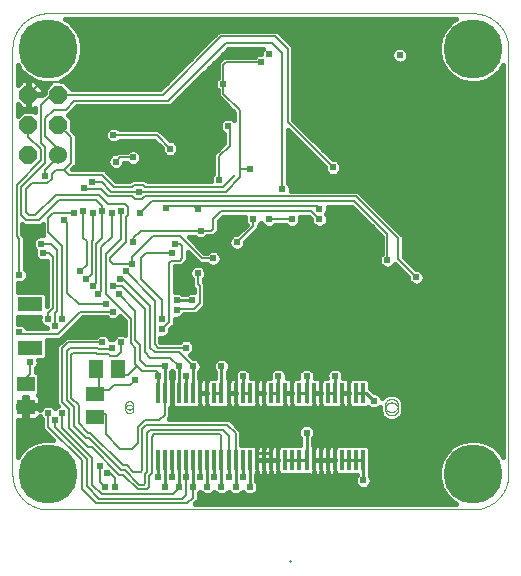
<source format=gbl>
G75*
%MOIN*%
%OFA0B0*%
%FSLAX25Y25*%
%IPPOS*%
%LPD*%
%AMOC8*
5,1,8,0,0,1.08239X$1,22.5*
%
%ADD10C,0.00000*%
%ADD11R,0.01378X0.06693*%
%ADD12C,0.01000*%
%ADD13C,0.06000*%
%ADD14OC8,0.06000*%
%ADD15R,0.05906X0.05118*%
%ADD16R,0.07874X0.05118*%
%ADD17R,0.05118X0.06299*%
%ADD18R,0.06299X0.05118*%
%ADD19C,0.02381*%
%ADD20C,0.00600*%
%ADD21C,0.01600*%
%ADD22C,0.19685*%
D10*
X0014499Y0018636D02*
X0156231Y0018636D01*
X0156516Y0018639D01*
X0156802Y0018650D01*
X0157087Y0018667D01*
X0157371Y0018691D01*
X0157655Y0018722D01*
X0157938Y0018760D01*
X0158219Y0018805D01*
X0158500Y0018856D01*
X0158780Y0018914D01*
X0159058Y0018979D01*
X0159334Y0019051D01*
X0159608Y0019129D01*
X0159881Y0019214D01*
X0160151Y0019306D01*
X0160419Y0019404D01*
X0160685Y0019508D01*
X0160948Y0019619D01*
X0161208Y0019736D01*
X0161466Y0019859D01*
X0161720Y0019989D01*
X0161971Y0020125D01*
X0162219Y0020266D01*
X0162463Y0020414D01*
X0162704Y0020567D01*
X0162940Y0020727D01*
X0163173Y0020892D01*
X0163402Y0021062D01*
X0163627Y0021238D01*
X0163847Y0021420D01*
X0164063Y0021606D01*
X0164274Y0021798D01*
X0164481Y0021995D01*
X0164683Y0022197D01*
X0164880Y0022404D01*
X0165072Y0022615D01*
X0165258Y0022831D01*
X0165440Y0023051D01*
X0165616Y0023276D01*
X0165786Y0023505D01*
X0165951Y0023738D01*
X0166111Y0023974D01*
X0166264Y0024215D01*
X0166412Y0024459D01*
X0166553Y0024707D01*
X0166689Y0024958D01*
X0166819Y0025212D01*
X0166942Y0025470D01*
X0167059Y0025730D01*
X0167170Y0025993D01*
X0167274Y0026259D01*
X0167372Y0026527D01*
X0167464Y0026797D01*
X0167549Y0027070D01*
X0167627Y0027344D01*
X0167699Y0027620D01*
X0167764Y0027898D01*
X0167822Y0028178D01*
X0167873Y0028459D01*
X0167918Y0028740D01*
X0167956Y0029023D01*
X0167987Y0029307D01*
X0168011Y0029591D01*
X0168028Y0029876D01*
X0168039Y0030162D01*
X0168042Y0030447D01*
X0168042Y0172179D01*
X0168039Y0172464D01*
X0168028Y0172750D01*
X0168011Y0173035D01*
X0167987Y0173319D01*
X0167956Y0173603D01*
X0167918Y0173886D01*
X0167873Y0174167D01*
X0167822Y0174448D01*
X0167764Y0174728D01*
X0167699Y0175006D01*
X0167627Y0175282D01*
X0167549Y0175556D01*
X0167464Y0175829D01*
X0167372Y0176099D01*
X0167274Y0176367D01*
X0167170Y0176633D01*
X0167059Y0176896D01*
X0166942Y0177156D01*
X0166819Y0177414D01*
X0166689Y0177668D01*
X0166553Y0177919D01*
X0166412Y0178167D01*
X0166264Y0178411D01*
X0166111Y0178652D01*
X0165951Y0178888D01*
X0165786Y0179121D01*
X0165616Y0179350D01*
X0165440Y0179575D01*
X0165258Y0179795D01*
X0165072Y0180011D01*
X0164880Y0180222D01*
X0164683Y0180429D01*
X0164481Y0180631D01*
X0164274Y0180828D01*
X0164063Y0181020D01*
X0163847Y0181206D01*
X0163627Y0181388D01*
X0163402Y0181564D01*
X0163173Y0181734D01*
X0162940Y0181899D01*
X0162704Y0182059D01*
X0162463Y0182212D01*
X0162219Y0182360D01*
X0161971Y0182501D01*
X0161720Y0182637D01*
X0161466Y0182767D01*
X0161208Y0182890D01*
X0160948Y0183007D01*
X0160685Y0183118D01*
X0160419Y0183222D01*
X0160151Y0183320D01*
X0159881Y0183412D01*
X0159608Y0183497D01*
X0159334Y0183575D01*
X0159058Y0183647D01*
X0158780Y0183712D01*
X0158500Y0183770D01*
X0158219Y0183821D01*
X0157938Y0183866D01*
X0157655Y0183904D01*
X0157371Y0183935D01*
X0157087Y0183959D01*
X0156802Y0183976D01*
X0156516Y0183987D01*
X0156231Y0183990D01*
X0014499Y0183990D01*
X0014214Y0183987D01*
X0013928Y0183976D01*
X0013643Y0183959D01*
X0013359Y0183935D01*
X0013075Y0183904D01*
X0012792Y0183866D01*
X0012511Y0183821D01*
X0012230Y0183770D01*
X0011950Y0183712D01*
X0011672Y0183647D01*
X0011396Y0183575D01*
X0011122Y0183497D01*
X0010849Y0183412D01*
X0010579Y0183320D01*
X0010311Y0183222D01*
X0010045Y0183118D01*
X0009782Y0183007D01*
X0009522Y0182890D01*
X0009264Y0182767D01*
X0009010Y0182637D01*
X0008759Y0182501D01*
X0008511Y0182360D01*
X0008267Y0182212D01*
X0008026Y0182059D01*
X0007790Y0181899D01*
X0007557Y0181734D01*
X0007328Y0181564D01*
X0007103Y0181388D01*
X0006883Y0181206D01*
X0006667Y0181020D01*
X0006456Y0180828D01*
X0006249Y0180631D01*
X0006047Y0180429D01*
X0005850Y0180222D01*
X0005658Y0180011D01*
X0005472Y0179795D01*
X0005290Y0179575D01*
X0005114Y0179350D01*
X0004944Y0179121D01*
X0004779Y0178888D01*
X0004619Y0178652D01*
X0004466Y0178411D01*
X0004318Y0178167D01*
X0004177Y0177919D01*
X0004041Y0177668D01*
X0003911Y0177414D01*
X0003788Y0177156D01*
X0003671Y0176896D01*
X0003560Y0176633D01*
X0003456Y0176367D01*
X0003358Y0176099D01*
X0003266Y0175829D01*
X0003181Y0175556D01*
X0003103Y0175282D01*
X0003031Y0175006D01*
X0002966Y0174728D01*
X0002908Y0174448D01*
X0002857Y0174167D01*
X0002812Y0173886D01*
X0002774Y0173603D01*
X0002743Y0173319D01*
X0002719Y0173035D01*
X0002702Y0172750D01*
X0002691Y0172464D01*
X0002688Y0172179D01*
X0002688Y0030447D01*
X0002691Y0030162D01*
X0002702Y0029876D01*
X0002719Y0029591D01*
X0002743Y0029307D01*
X0002774Y0029023D01*
X0002812Y0028740D01*
X0002857Y0028459D01*
X0002908Y0028178D01*
X0002966Y0027898D01*
X0003031Y0027620D01*
X0003103Y0027344D01*
X0003181Y0027070D01*
X0003266Y0026797D01*
X0003358Y0026527D01*
X0003456Y0026259D01*
X0003560Y0025993D01*
X0003671Y0025730D01*
X0003788Y0025470D01*
X0003911Y0025212D01*
X0004041Y0024958D01*
X0004177Y0024707D01*
X0004318Y0024459D01*
X0004466Y0024215D01*
X0004619Y0023974D01*
X0004779Y0023738D01*
X0004944Y0023505D01*
X0005114Y0023276D01*
X0005290Y0023051D01*
X0005472Y0022831D01*
X0005658Y0022615D01*
X0005850Y0022404D01*
X0006047Y0022197D01*
X0006249Y0021995D01*
X0006456Y0021798D01*
X0006667Y0021606D01*
X0006883Y0021420D01*
X0007103Y0021238D01*
X0007328Y0021062D01*
X0007557Y0020892D01*
X0007790Y0020727D01*
X0008026Y0020567D01*
X0008267Y0020414D01*
X0008511Y0020266D01*
X0008759Y0020125D01*
X0009010Y0019989D01*
X0009264Y0019859D01*
X0009522Y0019736D01*
X0009782Y0019619D01*
X0010045Y0019508D01*
X0010311Y0019404D01*
X0010579Y0019306D01*
X0010849Y0019214D01*
X0011122Y0019129D01*
X0011396Y0019051D01*
X0011672Y0018979D01*
X0011950Y0018914D01*
X0012230Y0018856D01*
X0012511Y0018805D01*
X0012792Y0018760D01*
X0013075Y0018722D01*
X0013359Y0018691D01*
X0013643Y0018667D01*
X0013928Y0018650D01*
X0014214Y0018639D01*
X0014499Y0018636D01*
X0040286Y0052100D02*
X0040288Y0052174D01*
X0040294Y0052248D01*
X0040304Y0052321D01*
X0040318Y0052394D01*
X0040335Y0052466D01*
X0040357Y0052536D01*
X0040382Y0052606D01*
X0040411Y0052674D01*
X0040444Y0052740D01*
X0040480Y0052805D01*
X0040520Y0052867D01*
X0040562Y0052928D01*
X0040608Y0052986D01*
X0040657Y0053041D01*
X0040709Y0053094D01*
X0040764Y0053144D01*
X0040821Y0053190D01*
X0040881Y0053234D01*
X0040943Y0053274D01*
X0041007Y0053311D01*
X0041073Y0053345D01*
X0041141Y0053375D01*
X0041210Y0053401D01*
X0041281Y0053424D01*
X0041352Y0053442D01*
X0041425Y0053457D01*
X0041498Y0053468D01*
X0041572Y0053475D01*
X0041646Y0053478D01*
X0041719Y0053477D01*
X0041793Y0053472D01*
X0041867Y0053463D01*
X0041940Y0053450D01*
X0042012Y0053433D01*
X0042083Y0053413D01*
X0042153Y0053388D01*
X0042221Y0053360D01*
X0042288Y0053329D01*
X0042353Y0053293D01*
X0042416Y0053255D01*
X0042477Y0053213D01*
X0042536Y0053167D01*
X0042592Y0053119D01*
X0042645Y0053068D01*
X0042695Y0053014D01*
X0042743Y0052957D01*
X0042787Y0052898D01*
X0042829Y0052836D01*
X0042867Y0052773D01*
X0042901Y0052707D01*
X0042932Y0052640D01*
X0042959Y0052571D01*
X0042982Y0052501D01*
X0043002Y0052430D01*
X0043018Y0052357D01*
X0043030Y0052284D01*
X0043038Y0052211D01*
X0043042Y0052137D01*
X0043042Y0052063D01*
X0043038Y0051989D01*
X0043030Y0051916D01*
X0043018Y0051843D01*
X0043002Y0051770D01*
X0042982Y0051699D01*
X0042959Y0051629D01*
X0042932Y0051560D01*
X0042901Y0051493D01*
X0042867Y0051427D01*
X0042829Y0051364D01*
X0042787Y0051302D01*
X0042743Y0051243D01*
X0042695Y0051186D01*
X0042645Y0051132D01*
X0042592Y0051081D01*
X0042536Y0051033D01*
X0042477Y0050987D01*
X0042416Y0050945D01*
X0042353Y0050907D01*
X0042288Y0050871D01*
X0042221Y0050840D01*
X0042153Y0050812D01*
X0042083Y0050787D01*
X0042012Y0050767D01*
X0041940Y0050750D01*
X0041867Y0050737D01*
X0041793Y0050728D01*
X0041719Y0050723D01*
X0041646Y0050722D01*
X0041572Y0050725D01*
X0041498Y0050732D01*
X0041425Y0050743D01*
X0041352Y0050758D01*
X0041281Y0050776D01*
X0041210Y0050799D01*
X0041141Y0050825D01*
X0041073Y0050855D01*
X0041007Y0050889D01*
X0040943Y0050926D01*
X0040881Y0050966D01*
X0040821Y0051010D01*
X0040764Y0051056D01*
X0040709Y0051106D01*
X0040657Y0051159D01*
X0040608Y0051214D01*
X0040562Y0051272D01*
X0040520Y0051333D01*
X0040480Y0051395D01*
X0040444Y0051460D01*
X0040411Y0051526D01*
X0040382Y0051594D01*
X0040357Y0051664D01*
X0040335Y0051734D01*
X0040318Y0051806D01*
X0040304Y0051879D01*
X0040294Y0051952D01*
X0040288Y0052026D01*
X0040286Y0052100D01*
X0040286Y0053281D02*
X0040288Y0053355D01*
X0040294Y0053429D01*
X0040304Y0053502D01*
X0040318Y0053575D01*
X0040335Y0053647D01*
X0040357Y0053717D01*
X0040382Y0053787D01*
X0040411Y0053855D01*
X0040444Y0053921D01*
X0040480Y0053986D01*
X0040520Y0054048D01*
X0040562Y0054109D01*
X0040608Y0054167D01*
X0040657Y0054222D01*
X0040709Y0054275D01*
X0040764Y0054325D01*
X0040821Y0054371D01*
X0040881Y0054415D01*
X0040943Y0054455D01*
X0041007Y0054492D01*
X0041073Y0054526D01*
X0041141Y0054556D01*
X0041210Y0054582D01*
X0041281Y0054605D01*
X0041352Y0054623D01*
X0041425Y0054638D01*
X0041498Y0054649D01*
X0041572Y0054656D01*
X0041646Y0054659D01*
X0041719Y0054658D01*
X0041793Y0054653D01*
X0041867Y0054644D01*
X0041940Y0054631D01*
X0042012Y0054614D01*
X0042083Y0054594D01*
X0042153Y0054569D01*
X0042221Y0054541D01*
X0042288Y0054510D01*
X0042353Y0054474D01*
X0042416Y0054436D01*
X0042477Y0054394D01*
X0042536Y0054348D01*
X0042592Y0054300D01*
X0042645Y0054249D01*
X0042695Y0054195D01*
X0042743Y0054138D01*
X0042787Y0054079D01*
X0042829Y0054017D01*
X0042867Y0053954D01*
X0042901Y0053888D01*
X0042932Y0053821D01*
X0042959Y0053752D01*
X0042982Y0053682D01*
X0043002Y0053611D01*
X0043018Y0053538D01*
X0043030Y0053465D01*
X0043038Y0053392D01*
X0043042Y0053318D01*
X0043042Y0053244D01*
X0043038Y0053170D01*
X0043030Y0053097D01*
X0043018Y0053024D01*
X0043002Y0052951D01*
X0042982Y0052880D01*
X0042959Y0052810D01*
X0042932Y0052741D01*
X0042901Y0052674D01*
X0042867Y0052608D01*
X0042829Y0052545D01*
X0042787Y0052483D01*
X0042743Y0052424D01*
X0042695Y0052367D01*
X0042645Y0052313D01*
X0042592Y0052262D01*
X0042536Y0052214D01*
X0042477Y0052168D01*
X0042416Y0052126D01*
X0042353Y0052088D01*
X0042288Y0052052D01*
X0042221Y0052021D01*
X0042153Y0051993D01*
X0042083Y0051968D01*
X0042012Y0051948D01*
X0041940Y0051931D01*
X0041867Y0051918D01*
X0041793Y0051909D01*
X0041719Y0051904D01*
X0041646Y0051903D01*
X0041572Y0051906D01*
X0041498Y0051913D01*
X0041425Y0051924D01*
X0041352Y0051939D01*
X0041281Y0051957D01*
X0041210Y0051980D01*
X0041141Y0052006D01*
X0041073Y0052036D01*
X0041007Y0052070D01*
X0040943Y0052107D01*
X0040881Y0052147D01*
X0040821Y0052191D01*
X0040764Y0052237D01*
X0040709Y0052287D01*
X0040657Y0052340D01*
X0040608Y0052395D01*
X0040562Y0052453D01*
X0040520Y0052514D01*
X0040480Y0052576D01*
X0040444Y0052641D01*
X0040411Y0052707D01*
X0040382Y0052775D01*
X0040357Y0052845D01*
X0040335Y0052915D01*
X0040318Y0052987D01*
X0040304Y0053060D01*
X0040294Y0053133D01*
X0040288Y0053207D01*
X0040286Y0053281D01*
X0126901Y0053281D02*
X0126903Y0053374D01*
X0126909Y0053466D01*
X0126919Y0053558D01*
X0126933Y0053649D01*
X0126950Y0053740D01*
X0126972Y0053830D01*
X0126997Y0053919D01*
X0127026Y0054007D01*
X0127059Y0054093D01*
X0127096Y0054178D01*
X0127136Y0054262D01*
X0127180Y0054343D01*
X0127227Y0054423D01*
X0127277Y0054501D01*
X0127331Y0054576D01*
X0127388Y0054649D01*
X0127448Y0054719D01*
X0127511Y0054787D01*
X0127577Y0054852D01*
X0127645Y0054914D01*
X0127716Y0054974D01*
X0127790Y0055030D01*
X0127866Y0055083D01*
X0127944Y0055132D01*
X0128024Y0055179D01*
X0128106Y0055221D01*
X0128190Y0055261D01*
X0128275Y0055296D01*
X0128362Y0055328D01*
X0128450Y0055357D01*
X0128539Y0055381D01*
X0128629Y0055402D01*
X0128720Y0055418D01*
X0128812Y0055431D01*
X0128904Y0055440D01*
X0128997Y0055445D01*
X0129089Y0055446D01*
X0129182Y0055443D01*
X0129274Y0055436D01*
X0129366Y0055425D01*
X0129457Y0055410D01*
X0129548Y0055392D01*
X0129638Y0055369D01*
X0129726Y0055343D01*
X0129814Y0055313D01*
X0129900Y0055279D01*
X0129984Y0055242D01*
X0130067Y0055200D01*
X0130148Y0055156D01*
X0130228Y0055108D01*
X0130305Y0055057D01*
X0130379Y0055002D01*
X0130452Y0054944D01*
X0130522Y0054884D01*
X0130589Y0054820D01*
X0130653Y0054754D01*
X0130715Y0054684D01*
X0130773Y0054613D01*
X0130828Y0054539D01*
X0130880Y0054462D01*
X0130929Y0054383D01*
X0130975Y0054303D01*
X0131017Y0054220D01*
X0131055Y0054136D01*
X0131090Y0054050D01*
X0131121Y0053963D01*
X0131148Y0053875D01*
X0131171Y0053785D01*
X0131191Y0053695D01*
X0131207Y0053604D01*
X0131219Y0053512D01*
X0131227Y0053420D01*
X0131231Y0053327D01*
X0131231Y0053235D01*
X0131227Y0053142D01*
X0131219Y0053050D01*
X0131207Y0052958D01*
X0131191Y0052867D01*
X0131171Y0052777D01*
X0131148Y0052687D01*
X0131121Y0052599D01*
X0131090Y0052512D01*
X0131055Y0052426D01*
X0131017Y0052342D01*
X0130975Y0052259D01*
X0130929Y0052179D01*
X0130880Y0052100D01*
X0130828Y0052023D01*
X0130773Y0051949D01*
X0130715Y0051878D01*
X0130653Y0051808D01*
X0130589Y0051742D01*
X0130522Y0051678D01*
X0130452Y0051618D01*
X0130379Y0051560D01*
X0130305Y0051505D01*
X0130228Y0051454D01*
X0130149Y0051406D01*
X0130067Y0051362D01*
X0129984Y0051320D01*
X0129900Y0051283D01*
X0129814Y0051249D01*
X0129726Y0051219D01*
X0129638Y0051193D01*
X0129548Y0051170D01*
X0129457Y0051152D01*
X0129366Y0051137D01*
X0129274Y0051126D01*
X0129182Y0051119D01*
X0129089Y0051116D01*
X0128997Y0051117D01*
X0128904Y0051122D01*
X0128812Y0051131D01*
X0128720Y0051144D01*
X0128629Y0051160D01*
X0128539Y0051181D01*
X0128450Y0051205D01*
X0128362Y0051234D01*
X0128275Y0051266D01*
X0128190Y0051301D01*
X0128106Y0051341D01*
X0128024Y0051383D01*
X0127944Y0051430D01*
X0127866Y0051479D01*
X0127790Y0051532D01*
X0127716Y0051588D01*
X0127645Y0051648D01*
X0127577Y0051710D01*
X0127511Y0051775D01*
X0127448Y0051843D01*
X0127388Y0051913D01*
X0127331Y0051986D01*
X0127277Y0052061D01*
X0127227Y0052139D01*
X0127180Y0052219D01*
X0127136Y0052300D01*
X0127096Y0052384D01*
X0127059Y0052469D01*
X0127026Y0052555D01*
X0126997Y0052643D01*
X0126972Y0052732D01*
X0126950Y0052822D01*
X0126933Y0052913D01*
X0126919Y0053004D01*
X0126909Y0053096D01*
X0126903Y0053188D01*
X0126901Y0053281D01*
X0126901Y0052100D02*
X0126903Y0052193D01*
X0126909Y0052285D01*
X0126919Y0052377D01*
X0126933Y0052468D01*
X0126950Y0052559D01*
X0126972Y0052649D01*
X0126997Y0052738D01*
X0127026Y0052826D01*
X0127059Y0052912D01*
X0127096Y0052997D01*
X0127136Y0053081D01*
X0127180Y0053162D01*
X0127227Y0053242D01*
X0127277Y0053320D01*
X0127331Y0053395D01*
X0127388Y0053468D01*
X0127448Y0053538D01*
X0127511Y0053606D01*
X0127577Y0053671D01*
X0127645Y0053733D01*
X0127716Y0053793D01*
X0127790Y0053849D01*
X0127866Y0053902D01*
X0127944Y0053951D01*
X0128024Y0053998D01*
X0128106Y0054040D01*
X0128190Y0054080D01*
X0128275Y0054115D01*
X0128362Y0054147D01*
X0128450Y0054176D01*
X0128539Y0054200D01*
X0128629Y0054221D01*
X0128720Y0054237D01*
X0128812Y0054250D01*
X0128904Y0054259D01*
X0128997Y0054264D01*
X0129089Y0054265D01*
X0129182Y0054262D01*
X0129274Y0054255D01*
X0129366Y0054244D01*
X0129457Y0054229D01*
X0129548Y0054211D01*
X0129638Y0054188D01*
X0129726Y0054162D01*
X0129814Y0054132D01*
X0129900Y0054098D01*
X0129984Y0054061D01*
X0130067Y0054019D01*
X0130148Y0053975D01*
X0130228Y0053927D01*
X0130305Y0053876D01*
X0130379Y0053821D01*
X0130452Y0053763D01*
X0130522Y0053703D01*
X0130589Y0053639D01*
X0130653Y0053573D01*
X0130715Y0053503D01*
X0130773Y0053432D01*
X0130828Y0053358D01*
X0130880Y0053281D01*
X0130929Y0053202D01*
X0130975Y0053122D01*
X0131017Y0053039D01*
X0131055Y0052955D01*
X0131090Y0052869D01*
X0131121Y0052782D01*
X0131148Y0052694D01*
X0131171Y0052604D01*
X0131191Y0052514D01*
X0131207Y0052423D01*
X0131219Y0052331D01*
X0131227Y0052239D01*
X0131231Y0052146D01*
X0131231Y0052054D01*
X0131227Y0051961D01*
X0131219Y0051869D01*
X0131207Y0051777D01*
X0131191Y0051686D01*
X0131171Y0051596D01*
X0131148Y0051506D01*
X0131121Y0051418D01*
X0131090Y0051331D01*
X0131055Y0051245D01*
X0131017Y0051161D01*
X0130975Y0051078D01*
X0130929Y0050998D01*
X0130880Y0050919D01*
X0130828Y0050842D01*
X0130773Y0050768D01*
X0130715Y0050697D01*
X0130653Y0050627D01*
X0130589Y0050561D01*
X0130522Y0050497D01*
X0130452Y0050437D01*
X0130379Y0050379D01*
X0130305Y0050324D01*
X0130228Y0050273D01*
X0130149Y0050225D01*
X0130067Y0050181D01*
X0129984Y0050139D01*
X0129900Y0050102D01*
X0129814Y0050068D01*
X0129726Y0050038D01*
X0129638Y0050012D01*
X0129548Y0049989D01*
X0129457Y0049971D01*
X0129366Y0049956D01*
X0129274Y0049945D01*
X0129182Y0049938D01*
X0129089Y0049935D01*
X0128997Y0049936D01*
X0128904Y0049941D01*
X0128812Y0049950D01*
X0128720Y0049963D01*
X0128629Y0049979D01*
X0128539Y0050000D01*
X0128450Y0050024D01*
X0128362Y0050053D01*
X0128275Y0050085D01*
X0128190Y0050120D01*
X0128106Y0050160D01*
X0128024Y0050202D01*
X0127944Y0050249D01*
X0127866Y0050298D01*
X0127790Y0050351D01*
X0127716Y0050407D01*
X0127645Y0050467D01*
X0127577Y0050529D01*
X0127511Y0050594D01*
X0127448Y0050662D01*
X0127388Y0050732D01*
X0127331Y0050805D01*
X0127277Y0050880D01*
X0127227Y0050958D01*
X0127180Y0051038D01*
X0127136Y0051119D01*
X0127096Y0051203D01*
X0127059Y0051288D01*
X0127026Y0051374D01*
X0126997Y0051462D01*
X0126972Y0051551D01*
X0126950Y0051641D01*
X0126933Y0051732D01*
X0126919Y0051823D01*
X0126909Y0051915D01*
X0126903Y0052007D01*
X0126901Y0052100D01*
D11*
X0119617Y0057415D03*
X0117255Y0057415D03*
X0114893Y0057415D03*
X0112530Y0057415D03*
X0110168Y0057415D03*
X0107806Y0057415D03*
X0105444Y0057415D03*
X0103081Y0057415D03*
X0100719Y0057415D03*
X0098357Y0057415D03*
X0095995Y0057415D03*
X0093633Y0057415D03*
X0091270Y0057415D03*
X0088908Y0057415D03*
X0086546Y0057415D03*
X0084184Y0057415D03*
X0081822Y0057415D03*
X0079459Y0057415D03*
X0077097Y0057415D03*
X0074735Y0057415D03*
X0072373Y0057415D03*
X0070011Y0057415D03*
X0067648Y0057415D03*
X0065286Y0057415D03*
X0062924Y0057415D03*
X0060562Y0057415D03*
X0058200Y0057415D03*
X0055837Y0057415D03*
X0053475Y0057415D03*
X0051113Y0057415D03*
X0051113Y0034974D03*
X0053475Y0034974D03*
X0055837Y0034974D03*
X0058200Y0034974D03*
X0060562Y0034974D03*
X0062924Y0034974D03*
X0065286Y0034974D03*
X0067648Y0034974D03*
X0070011Y0034974D03*
X0072373Y0034974D03*
X0074735Y0034974D03*
X0077097Y0034974D03*
X0079459Y0034974D03*
X0081822Y0034974D03*
X0084184Y0034974D03*
X0086546Y0034974D03*
X0088908Y0034974D03*
X0091270Y0034974D03*
X0093633Y0034974D03*
X0095995Y0034974D03*
X0098357Y0034974D03*
X0100719Y0034974D03*
X0103081Y0034974D03*
X0105444Y0034974D03*
X0107806Y0034974D03*
X0110168Y0034974D03*
X0112530Y0034974D03*
X0114893Y0034974D03*
X0117255Y0034974D03*
X0119617Y0034974D03*
D12*
X0119617Y0028281D01*
X0119617Y0034974D02*
X0117255Y0034974D01*
X0114893Y0034974D01*
X0112530Y0034974D01*
X0110168Y0034974D02*
X0107806Y0034974D01*
X0105444Y0034974D01*
X0103081Y0034974D01*
X0103081Y0028872D01*
X0100719Y0034974D02*
X0098357Y0034974D01*
X0095995Y0034974D01*
X0093633Y0034974D01*
X0091270Y0034974D02*
X0088908Y0034974D01*
X0086546Y0034974D01*
X0084184Y0034974D01*
X0084184Y0029266D01*
X0084184Y0037435D01*
X0088908Y0037435D01*
X0081822Y0034974D02*
X0081822Y0026116D01*
X0079459Y0029266D02*
X0079459Y0034974D01*
X0077097Y0034974D02*
X0077097Y0026116D01*
X0074735Y0029266D02*
X0074735Y0033006D01*
X0074735Y0034974D01*
X0072373Y0034974D02*
X0072373Y0026116D01*
X0070011Y0029266D02*
X0070011Y0034974D01*
X0070011Y0033793D02*
X0070006Y0033792D01*
X0070002Y0033788D01*
X0070001Y0033783D01*
X0067648Y0034974D02*
X0067648Y0026116D01*
X0065286Y0029266D02*
X0065286Y0034974D01*
X0062924Y0034974D02*
X0062924Y0026116D01*
X0060562Y0029266D02*
X0060562Y0034974D01*
X0058200Y0034974D02*
X0058200Y0026116D01*
X0055837Y0029266D02*
X0055837Y0034974D01*
X0053475Y0034974D02*
X0053475Y0026116D01*
X0051113Y0029266D02*
X0051113Y0034974D01*
X0051113Y0029275D02*
X0051104Y0029266D01*
X0051113Y0029266D01*
X0051113Y0057415D02*
X0051113Y0063124D01*
X0053475Y0066274D02*
X0053475Y0057415D01*
X0055837Y0057415D02*
X0055837Y0063124D01*
X0058200Y0066274D02*
X0058200Y0057415D01*
X0060562Y0057415D02*
X0060562Y0063124D01*
X0062924Y0066274D02*
X0062924Y0057415D01*
X0065286Y0057415D02*
X0067648Y0057415D01*
X0067648Y0066274D01*
X0072373Y0066274D02*
X0072373Y0057415D01*
X0070011Y0057415D01*
X0074735Y0057415D02*
X0074735Y0063124D01*
X0077097Y0066274D02*
X0077097Y0057415D01*
X0074735Y0057415D01*
X0079459Y0057415D02*
X0079459Y0063124D01*
X0084184Y0063124D02*
X0084184Y0057415D01*
X0086546Y0057415D01*
X0088908Y0057415D02*
X0091270Y0057415D01*
X0091270Y0063124D01*
X0095995Y0063124D02*
X0095995Y0057415D01*
X0093633Y0057415D01*
X0098357Y0057415D02*
X0100719Y0057415D01*
X0100719Y0054463D01*
X0100719Y0057415D02*
X0100719Y0063124D01*
X0105388Y0063236D02*
X0105388Y0057471D01*
X0105444Y0057415D01*
X0105444Y0048163D01*
X0107412Y0046195D01*
X0113318Y0046195D01*
X0114893Y0047770D01*
X0114893Y0057415D01*
X0112530Y0057415D01*
X0110168Y0057415D02*
X0110168Y0063124D01*
X0110168Y0057415D02*
X0107806Y0057415D01*
X0105444Y0057415D02*
X0103081Y0057415D01*
X0100719Y0044226D02*
X0100719Y0034974D01*
X0119617Y0034974D02*
X0119617Y0037435D01*
X0123160Y0054856D02*
X0120601Y0057415D01*
X0119617Y0057415D01*
X0117255Y0057415D01*
X0081822Y0057415D02*
X0079459Y0057415D01*
X0062607Y0088321D02*
X0057412Y0088321D01*
X0095207Y0001510D02*
X0095202Y0001509D01*
X0095198Y0001505D01*
X0095197Y0001500D01*
D13*
X0018030Y0136911D03*
D14*
X0018030Y0146911D03*
X0018030Y0156911D03*
X0008030Y0156911D03*
X0008030Y0146911D03*
X0008030Y0136911D03*
D15*
X0007137Y0060368D03*
X0007137Y0052888D03*
D16*
X0008580Y0072500D03*
X0008580Y0087067D03*
D17*
X0030444Y0065289D03*
X0037924Y0065289D03*
D18*
X0030247Y0057022D03*
X0030247Y0049541D03*
D19*
X0019223Y0050722D03*
X0016861Y0048557D03*
X0014499Y0050722D03*
X0007019Y0053085D03*
X0008593Y0067652D03*
X0008593Y0072376D03*
X0005050Y0077691D03*
X0006034Y0081431D03*
X0008593Y0086943D03*
X0014499Y0082022D03*
X0016861Y0079856D03*
X0019223Y0082022D03*
X0012137Y0079856D03*
X0006428Y0093242D03*
X0005050Y0096785D03*
X0012137Y0094620D03*
X0012924Y0104069D03*
X0012333Y0107219D03*
X0020011Y0115093D03*
X0023160Y0117455D03*
X0026310Y0118045D03*
X0029459Y0117455D03*
X0032609Y0118045D03*
X0035759Y0117455D03*
X0038908Y0118045D03*
X0045207Y0117455D03*
X0044814Y0124541D03*
X0053869Y0119030D03*
X0064499Y0118636D03*
X0065483Y0111549D03*
X0067058Y0105841D03*
X0069617Y0102297D03*
X0064499Y0097376D03*
X0062607Y0088321D03*
X0057412Y0088321D03*
X0057412Y0084974D03*
X0052491Y0082022D03*
X0052491Y0078675D03*
X0060562Y0072573D03*
X0062924Y0066274D03*
X0060562Y0063124D03*
X0058200Y0066274D03*
X0055837Y0063124D03*
X0053475Y0066274D03*
X0051113Y0063124D03*
X0043436Y0061746D03*
X0035759Y0072573D03*
X0038908Y0074344D03*
X0032609Y0074344D03*
X0036152Y0084581D03*
X0033790Y0086943D03*
X0031231Y0090289D03*
X0029459Y0093045D03*
X0027294Y0095407D03*
X0025326Y0097967D03*
X0036349Y0093045D03*
X0038515Y0095407D03*
X0040483Y0097967D03*
X0042452Y0100526D03*
X0043042Y0107809D03*
X0056034Y0104069D03*
X0056822Y0107219D03*
X0038121Y0090289D03*
X0067648Y0066274D03*
X0072373Y0066274D03*
X0074735Y0063124D03*
X0077097Y0066274D03*
X0079459Y0063124D03*
X0084184Y0063124D03*
X0091270Y0063124D03*
X0095995Y0063124D03*
X0100719Y0063124D03*
X0105388Y0063236D03*
X0110168Y0063124D03*
X0123160Y0054856D03*
X0114893Y0047770D03*
X0100719Y0044226D03*
X0091270Y0046589D03*
X0084184Y0029266D03*
X0081822Y0026116D03*
X0079459Y0029266D03*
X0077097Y0026116D03*
X0074735Y0029266D03*
X0072373Y0026116D03*
X0070011Y0029266D03*
X0067648Y0026116D03*
X0065286Y0029266D03*
X0062924Y0026116D03*
X0060562Y0029266D03*
X0058200Y0026116D03*
X0055837Y0029266D03*
X0053475Y0026116D03*
X0051104Y0029266D03*
X0036940Y0026116D03*
X0033593Y0026116D03*
X0034184Y0030841D03*
X0031822Y0033203D03*
X0077491Y0107612D03*
X0083003Y0115289D03*
X0088121Y0115289D03*
X0095798Y0115289D03*
X0105050Y0115289D03*
X0105050Y0118833D03*
X0092648Y0125526D03*
X0082019Y0132219D03*
X0071585Y0128478D03*
X0065877Y0132612D03*
X0071979Y0140683D03*
X0074538Y0146392D03*
X0072963Y0160368D03*
X0085562Y0167652D03*
X0088318Y0170407D03*
X0119420Y0167455D03*
X0131822Y0170014D03*
X0109578Y0132612D03*
X0127688Y0101707D03*
X0137333Y0095998D03*
X0119617Y0028281D03*
X0103081Y0028872D03*
X0026507Y0125722D03*
X0029263Y0127691D03*
X0037137Y0134581D03*
X0042845Y0135959D03*
X0036349Y0143439D03*
X0055247Y0138911D03*
X0036743Y0169423D03*
X0025719Y0178872D03*
X0013515Y0129856D03*
D20*
X0013515Y0131628D01*
X0018030Y0136143D01*
X0018030Y0136911D01*
X0018030Y0138727D01*
X0013711Y0143045D01*
X0013711Y0148951D01*
X0016664Y0151904D01*
X0020404Y0151904D01*
X0023357Y0154856D01*
X0054656Y0154856D01*
X0073948Y0174148D01*
X0089105Y0174148D01*
X0092648Y0170604D01*
X0092648Y0125526D01*
X0095798Y0115289D02*
X0088121Y0115289D01*
X0083003Y0115289D02*
X0083003Y0113124D01*
X0077491Y0107612D01*
X0069617Y0112140D02*
X0069026Y0111549D01*
X0065483Y0111549D01*
X0065286Y0111352D01*
X0045404Y0111352D01*
X0043042Y0108990D01*
X0043042Y0107809D01*
X0040680Y0107612D02*
X0035365Y0102297D01*
X0035365Y0101510D01*
X0036349Y0100526D01*
X0042452Y0100526D01*
X0042452Y0102691D01*
X0049538Y0109778D01*
X0058396Y0109778D01*
X0065877Y0102297D01*
X0069617Y0102297D01*
X0064499Y0097376D02*
X0064499Y0093636D01*
X0065089Y0093045D01*
X0065089Y0087337D01*
X0063318Y0085565D01*
X0058003Y0085565D01*
X0057412Y0084974D01*
X0054853Y0081037D02*
X0054853Y0100722D01*
X0055641Y0101510D01*
X0058396Y0101510D01*
X0059184Y0102297D01*
X0059184Y0106431D01*
X0058396Y0107219D01*
X0056822Y0107219D01*
X0056034Y0104069D02*
X0047373Y0104069D01*
X0045601Y0102297D01*
X0045601Y0095407D01*
X0052491Y0088518D01*
X0052491Y0082022D01*
X0054853Y0081037D02*
X0052491Y0078675D01*
X0050129Y0073754D02*
X0051310Y0072573D01*
X0060562Y0072573D01*
X0058200Y0070998D02*
X0062924Y0066274D01*
X0058200Y0066274D02*
X0055247Y0069226D01*
X0048554Y0069226D01*
X0046782Y0070998D01*
X0046782Y0072376D01*
X0046979Y0072573D01*
X0046979Y0085368D01*
X0039302Y0093045D01*
X0036349Y0093045D01*
X0038515Y0095407D02*
X0039696Y0095407D01*
X0048554Y0086549D01*
X0048554Y0072573D01*
X0050129Y0070998D01*
X0058200Y0070998D01*
X0053475Y0066274D02*
X0053475Y0050132D01*
X0051704Y0048360D01*
X0046782Y0048360D01*
X0044420Y0045998D01*
X0044420Y0040683D01*
X0042648Y0038911D01*
X0038515Y0038911D01*
X0033790Y0043636D01*
X0033790Y0050329D01*
X0031034Y0050329D01*
X0030247Y0049541D01*
X0028672Y0044226D02*
X0039499Y0033400D01*
X0040877Y0033400D01*
X0043042Y0031234D01*
X0045404Y0031234D01*
X0045995Y0031825D01*
X0045995Y0045407D01*
X0047373Y0046785D01*
X0074341Y0046785D01*
X0077097Y0044030D01*
X0077097Y0034974D01*
X0074735Y0033006D02*
X0074735Y0043242D01*
X0072767Y0045211D01*
X0048554Y0045211D01*
X0047570Y0044226D01*
X0047570Y0031234D01*
X0046782Y0030447D01*
X0046782Y0027297D01*
X0046389Y0026904D01*
X0045011Y0026904D01*
X0040089Y0031825D01*
X0038908Y0031825D01*
X0028278Y0042455D01*
X0027097Y0042455D01*
X0023160Y0046392D01*
X0023160Y0052888D01*
X0020798Y0055250D01*
X0020798Y0071392D01*
X0021979Y0072573D01*
X0031034Y0072573D01*
X0031625Y0071982D01*
X0035168Y0071982D01*
X0035759Y0072573D01*
X0037530Y0069817D02*
X0038908Y0071195D01*
X0038908Y0074344D01*
X0042058Y0074148D02*
X0043633Y0072573D01*
X0043633Y0067061D01*
X0044125Y0066569D01*
X0041074Y0063518D01*
X0040286Y0063518D01*
X0039499Y0064305D01*
X0037924Y0065289D01*
X0037530Y0069817D02*
X0035365Y0069817D01*
X0034774Y0070407D01*
X0031034Y0070407D01*
X0030641Y0070801D01*
X0022963Y0070801D01*
X0022373Y0070211D01*
X0022373Y0055841D01*
X0024735Y0053478D01*
X0024735Y0047376D01*
X0027885Y0044226D01*
X0028672Y0044226D01*
X0029066Y0039502D02*
X0027885Y0039502D01*
X0021585Y0045801D01*
X0021585Y0052100D01*
X0019223Y0054463D01*
X0019223Y0072376D01*
X0021192Y0074344D01*
X0032609Y0074344D01*
X0030444Y0065289D02*
X0031625Y0063124D01*
X0031625Y0058400D01*
X0034971Y0058400D01*
X0036546Y0059974D01*
X0041861Y0059974D01*
X0043436Y0061549D01*
X0043436Y0061746D01*
X0045995Y0064699D02*
X0044125Y0066569D01*
X0045207Y0068439D02*
X0045207Y0073360D01*
X0043633Y0074935D01*
X0043633Y0084778D01*
X0038121Y0090289D01*
X0033790Y0090486D02*
X0033790Y0103675D01*
X0038908Y0108793D01*
X0038908Y0118045D01*
X0040680Y0116077D02*
X0041270Y0116667D01*
X0041270Y0119423D01*
X0040286Y0120407D01*
X0034578Y0120407D01*
X0031625Y0123360D01*
X0017058Y0123360D01*
X0010365Y0116667D01*
X0008200Y0116667D01*
X0007215Y0117652D01*
X0007215Y0125329D01*
X0009184Y0127297D01*
X0014302Y0127297D01*
X0015877Y0128872D01*
X0015877Y0130447D01*
X0017255Y0131825D01*
X0019814Y0131825D01*
X0021585Y0130053D01*
X0032609Y0130053D01*
X0036546Y0126116D01*
X0042452Y0126116D01*
X0043239Y0126904D01*
X0046192Y0126904D01*
X0046979Y0126116D01*
X0072767Y0126116D01*
X0076900Y0130250D01*
X0078475Y0129266D02*
X0073751Y0124541D01*
X0044814Y0124541D01*
X0035562Y0124541D01*
X0032412Y0127691D01*
X0029263Y0127691D01*
X0026900Y0125329D02*
X0032215Y0125329D01*
X0034578Y0122967D01*
X0042452Y0122967D01*
X0043436Y0121982D01*
X0045995Y0121982D01*
X0046979Y0122967D01*
X0117255Y0122967D01*
X0131231Y0108990D01*
X0131231Y0102100D01*
X0137333Y0095998D01*
X0127688Y0101707D02*
X0127688Y0110368D01*
X0116664Y0121392D01*
X0049144Y0121392D01*
X0045207Y0117455D01*
X0040680Y0116077D02*
X0040680Y0107612D01*
X0035759Y0109581D02*
X0035759Y0117455D01*
X0032609Y0118045D02*
X0032609Y0119817D01*
X0030641Y0121785D01*
X0018239Y0121785D01*
X0011546Y0115093D01*
X0007215Y0115093D01*
X0005641Y0116667D01*
X0005641Y0126116D01*
X0013711Y0134187D01*
X0013711Y0139305D01*
X0012137Y0140880D01*
X0012137Y0153478D01*
X0015569Y0156911D01*
X0018030Y0156911D01*
X0052774Y0156911D01*
X0072176Y0176313D01*
X0090286Y0176313D01*
X0094420Y0172179D01*
X0094420Y0147770D01*
X0109578Y0132612D01*
X0104066Y0119817D02*
X0105050Y0118833D01*
X0104066Y0119817D02*
X0063318Y0119817D01*
X0054656Y0119817D01*
X0053869Y0119030D01*
X0063318Y0119817D02*
X0064499Y0118636D01*
X0069567Y0115459D02*
X0069567Y0113518D01*
X0069617Y0113467D01*
X0069617Y0112140D01*
X0069567Y0115459D02*
X0072153Y0118045D01*
X0102294Y0118045D01*
X0105050Y0115289D01*
X0082019Y0132219D02*
X0079066Y0132219D01*
X0078475Y0131628D01*
X0078475Y0129266D01*
X0078475Y0131628D02*
X0078475Y0151707D01*
X0072963Y0157219D01*
X0072963Y0160368D01*
X0072963Y0166864D01*
X0073751Y0167652D01*
X0085562Y0167652D01*
X0074538Y0146392D02*
X0075129Y0145801D01*
X0075129Y0139896D01*
X0071585Y0136352D01*
X0071585Y0128478D01*
X0065877Y0132612D02*
X0065877Y0134581D01*
X0071979Y0140683D01*
X0055247Y0138911D02*
X0050719Y0143439D01*
X0036349Y0143439D01*
X0038515Y0135959D02*
X0037137Y0134581D01*
X0038515Y0135959D02*
X0042845Y0135959D01*
X0026900Y0125329D02*
X0026507Y0125722D01*
X0026310Y0118045D02*
X0026310Y0109187D01*
X0027491Y0108006D01*
X0027491Y0100132D01*
X0025326Y0097967D01*
X0027294Y0095407D02*
X0029066Y0097179D01*
X0029066Y0108006D01*
X0029459Y0108400D01*
X0029459Y0117455D01*
X0032609Y0118045D02*
X0032609Y0108990D01*
X0030641Y0107022D01*
X0030641Y0094226D01*
X0029459Y0093045D01*
X0032215Y0091274D02*
X0031231Y0090289D01*
X0032215Y0091274D02*
X0032215Y0106037D01*
X0035759Y0109581D01*
X0040483Y0097967D02*
X0050129Y0087927D01*
X0050129Y0073754D01*
X0045207Y0068439D02*
X0047373Y0066274D01*
X0053475Y0066274D01*
X0051113Y0064108D02*
X0050522Y0064699D01*
X0045995Y0064699D01*
X0051113Y0064108D02*
X0051113Y0063124D01*
X0042058Y0074148D02*
X0042058Y0082219D01*
X0033790Y0090486D01*
X0033790Y0086943D02*
X0024735Y0086943D01*
X0020995Y0090683D01*
X0020995Y0114108D01*
X0020011Y0115093D01*
X0023160Y0117455D02*
X0016270Y0117455D01*
X0014696Y0115880D01*
X0014696Y0110959D01*
X0019223Y0106431D01*
X0019223Y0082022D01*
X0016861Y0083990D02*
X0017648Y0084778D01*
X0017648Y0105053D01*
X0015483Y0107219D01*
X0012333Y0107219D01*
X0012924Y0104069D02*
X0014893Y0104069D01*
X0016074Y0102888D01*
X0016074Y0085762D01*
X0014499Y0084187D01*
X0014499Y0082022D01*
X0016861Y0083990D02*
X0016861Y0079856D01*
X0017845Y0077100D02*
X0005641Y0077100D01*
X0005050Y0077691D01*
X0006034Y0081431D02*
X0010562Y0081431D01*
X0012137Y0079856D01*
X0017845Y0077100D02*
X0025326Y0084581D01*
X0036152Y0084581D01*
X0012530Y0094620D02*
X0012137Y0094620D01*
X0010759Y0093242D01*
X0006428Y0093242D01*
X0005050Y0096785D02*
X0005050Y0108793D01*
X0004066Y0109778D01*
X0004066Y0126904D01*
X0012137Y0134974D01*
X0012137Y0138715D01*
X0008003Y0142848D01*
X0008003Y0146884D01*
X0008030Y0146911D01*
X0008030Y0156911D02*
X0012274Y0161156D01*
X0020011Y0161156D01*
X0028278Y0169423D01*
X0036743Y0169423D01*
X0018030Y0146911D02*
X0022176Y0142764D01*
X0022176Y0134187D01*
X0019814Y0131825D01*
X0018030Y0136911D02*
X0018030Y0137546D01*
X0008580Y0087126D02*
X0008580Y0087067D01*
X0008580Y0086956D01*
X0008593Y0086943D01*
X0008580Y0072500D02*
X0008593Y0072487D01*
X0008593Y0072376D01*
X0008593Y0067652D02*
X0008593Y0063911D01*
X0007137Y0062455D01*
X0007137Y0060368D01*
X0007019Y0053085D02*
X0007141Y0052963D01*
X0007137Y0052888D01*
X0014499Y0050722D02*
X0014499Y0046195D01*
X0025719Y0034974D01*
X0025719Y0025526D01*
X0030641Y0020604D01*
X0060956Y0020604D01*
X0062924Y0022573D01*
X0062924Y0026116D01*
X0060562Y0023557D02*
X0060562Y0029266D01*
X0058200Y0026116D02*
X0058200Y0025722D01*
X0056231Y0023754D01*
X0032412Y0023754D01*
X0029263Y0026904D01*
X0029263Y0035762D01*
X0019223Y0045801D01*
X0019223Y0050722D01*
X0016861Y0048557D02*
X0016861Y0045998D01*
X0027491Y0035368D01*
X0027491Y0026313D01*
X0031625Y0022179D01*
X0059184Y0022179D01*
X0060562Y0023557D01*
X0053488Y0026104D02*
X0053475Y0026116D01*
X0048357Y0026116D02*
X0047570Y0025329D01*
X0044420Y0025329D01*
X0039499Y0030250D01*
X0038318Y0030250D01*
X0029066Y0039502D01*
X0031822Y0033203D02*
X0031822Y0027888D01*
X0033593Y0026116D01*
X0036940Y0026116D02*
X0036940Y0029069D01*
X0035168Y0030841D01*
X0034184Y0030841D01*
X0048357Y0029856D02*
X0048357Y0026116D01*
X0048357Y0029856D02*
X0049144Y0030644D01*
X0049144Y0042848D01*
X0049932Y0043636D01*
X0071782Y0043636D01*
X0072373Y0043045D01*
X0072373Y0026116D01*
X0079459Y0029266D02*
X0079488Y0029294D01*
X0031625Y0058400D02*
X0030247Y0057022D01*
X0126113Y0165093D02*
X0130562Y0165093D01*
X0126113Y0165093D02*
X0123751Y0167455D01*
X0119420Y0167455D01*
X0131782Y0170053D02*
X0131822Y0170014D01*
D21*
X0129257Y0168896D02*
X0096327Y0168896D01*
X0096327Y0170494D02*
X0129024Y0170494D01*
X0129024Y0170570D02*
X0129024Y0169457D01*
X0129450Y0168429D01*
X0130237Y0167642D01*
X0131265Y0167216D01*
X0132378Y0167216D01*
X0133406Y0167642D01*
X0134193Y0168429D01*
X0134619Y0169457D01*
X0134619Y0170570D01*
X0134193Y0171599D01*
X0133406Y0172385D01*
X0132378Y0172811D01*
X0131265Y0172811D01*
X0130237Y0172385D01*
X0129450Y0171599D01*
X0129024Y0170570D01*
X0129944Y0172093D02*
X0096327Y0172093D01*
X0096327Y0172969D02*
X0095210Y0174086D01*
X0091076Y0178220D01*
X0071386Y0178220D01*
X0070269Y0177103D01*
X0051984Y0158818D01*
X0022637Y0158818D01*
X0022637Y0158819D01*
X0019938Y0161518D01*
X0018932Y0161518D01*
X0021529Y0163017D01*
X0023661Y0165149D01*
X0025168Y0167760D01*
X0025948Y0170672D01*
X0025948Y0173687D01*
X0025168Y0176599D01*
X0023661Y0179209D01*
X0021529Y0181341D01*
X0020058Y0182190D01*
X0150672Y0182190D01*
X0149201Y0181341D01*
X0147069Y0179209D01*
X0145562Y0176599D01*
X0144781Y0173687D01*
X0144781Y0170672D01*
X0145562Y0167760D01*
X0147069Y0165149D01*
X0149201Y0163017D01*
X0151812Y0161510D01*
X0154724Y0160730D01*
X0157738Y0160730D01*
X0160650Y0161510D01*
X0163261Y0163017D01*
X0165393Y0165149D01*
X0166242Y0166620D01*
X0166242Y0036006D01*
X0165393Y0037477D01*
X0163261Y0039609D01*
X0160650Y0041116D01*
X0157738Y0041896D01*
X0154724Y0041896D01*
X0151812Y0041116D01*
X0149201Y0039609D01*
X0147069Y0037477D01*
X0145562Y0034866D01*
X0144781Y0031954D01*
X0144781Y0028939D01*
X0145562Y0026027D01*
X0147069Y0023417D01*
X0149201Y0021285D01*
X0150672Y0020436D01*
X0063484Y0020436D01*
X0063714Y0020666D01*
X0064831Y0021783D01*
X0064831Y0024067D01*
X0065286Y0024522D01*
X0066064Y0023744D01*
X0067092Y0023319D01*
X0068205Y0023319D01*
X0069233Y0023744D01*
X0070011Y0024522D01*
X0070788Y0023744D01*
X0071816Y0023319D01*
X0072929Y0023319D01*
X0073958Y0023744D01*
X0074735Y0024522D01*
X0075513Y0023744D01*
X0076541Y0023319D01*
X0077654Y0023319D01*
X0078682Y0023744D01*
X0079459Y0024522D01*
X0080237Y0023744D01*
X0081265Y0023319D01*
X0082378Y0023319D01*
X0083406Y0023744D01*
X0084193Y0024531D01*
X0084619Y0025560D01*
X0084619Y0026673D01*
X0084193Y0027701D01*
X0083929Y0027966D01*
X0083929Y0029828D01*
X0084184Y0029828D01*
X0085110Y0029828D01*
X0085365Y0029896D01*
X0085620Y0029828D01*
X0086546Y0029828D01*
X0086546Y0030926D01*
X0086546Y0030926D01*
X0086546Y0030926D01*
X0086546Y0029828D01*
X0087472Y0029828D01*
X0087727Y0029896D01*
X0087982Y0029828D01*
X0088908Y0029828D01*
X0088908Y0030926D01*
X0088908Y0030926D01*
X0088908Y0030926D01*
X0088908Y0029828D01*
X0089834Y0029828D01*
X0090089Y0029896D01*
X0090345Y0029828D01*
X0091270Y0029828D01*
X0091270Y0030926D01*
X0091271Y0030926D01*
X0091271Y0029828D01*
X0092196Y0029828D01*
X0092654Y0029951D01*
X0092776Y0030021D01*
X0101576Y0030021D01*
X0101698Y0029951D01*
X0102156Y0029828D01*
X0103081Y0029828D01*
X0103081Y0030926D01*
X0103082Y0030926D01*
X0103082Y0029828D01*
X0104007Y0029828D01*
X0104263Y0029896D01*
X0104518Y0029828D01*
X0105444Y0029828D01*
X0106370Y0029828D01*
X0106625Y0029896D01*
X0106880Y0029828D01*
X0107806Y0029828D01*
X0108732Y0029828D01*
X0108987Y0029896D01*
X0109242Y0029828D01*
X0110168Y0029828D01*
X0110168Y0030926D01*
X0110168Y0030926D01*
X0110168Y0029828D01*
X0111094Y0029828D01*
X0111552Y0029951D01*
X0111674Y0030021D01*
X0117400Y0030021D01*
X0117245Y0029866D01*
X0116819Y0028838D01*
X0116819Y0027725D01*
X0117245Y0026697D01*
X0118032Y0025910D01*
X0119060Y0025484D01*
X0120173Y0025484D01*
X0121202Y0025910D01*
X0121989Y0026697D01*
X0122415Y0027725D01*
X0122415Y0028838D01*
X0121989Y0029866D01*
X0121724Y0030131D01*
X0121724Y0030773D01*
X0121913Y0030962D01*
X0121913Y0038987D01*
X0120972Y0039928D01*
X0111674Y0039928D01*
X0111552Y0039998D01*
X0111094Y0040121D01*
X0110168Y0040121D01*
X0109242Y0040121D01*
X0108987Y0040052D01*
X0108732Y0040121D01*
X0107806Y0040121D01*
X0107806Y0039023D01*
X0107806Y0039023D01*
X0107806Y0040121D01*
X0106880Y0040121D01*
X0106625Y0040052D01*
X0106370Y0040121D01*
X0105444Y0040121D01*
X0105444Y0039023D01*
X0105444Y0039023D01*
X0105444Y0040121D01*
X0104518Y0040121D01*
X0104263Y0040052D01*
X0104007Y0040121D01*
X0103082Y0040121D01*
X0103082Y0039023D01*
X0103081Y0039023D01*
X0103081Y0040121D01*
X0102826Y0040121D01*
X0102826Y0042377D01*
X0103091Y0042642D01*
X0103517Y0043670D01*
X0103517Y0044783D01*
X0103091Y0045811D01*
X0102304Y0046598D01*
X0101276Y0047024D01*
X0100163Y0047024D01*
X0099135Y0046598D01*
X0098348Y0045811D01*
X0097922Y0044783D01*
X0097922Y0043670D01*
X0098348Y0042642D01*
X0098612Y0042377D01*
X0098612Y0039928D01*
X0092776Y0039928D01*
X0092654Y0039998D01*
X0092196Y0040121D01*
X0091271Y0040121D01*
X0091271Y0039023D01*
X0091270Y0039023D01*
X0091270Y0040121D01*
X0090345Y0040121D01*
X0090089Y0040052D01*
X0089834Y0040121D01*
X0088908Y0040121D01*
X0087982Y0040121D01*
X0087727Y0040052D01*
X0087472Y0040121D01*
X0086546Y0040121D01*
X0085620Y0040121D01*
X0085365Y0040052D01*
X0085110Y0040121D01*
X0084184Y0040121D01*
X0084184Y0039023D01*
X0084184Y0039023D01*
X0084184Y0040121D01*
X0083258Y0040121D01*
X0082800Y0039998D01*
X0082678Y0039928D01*
X0079004Y0039928D01*
X0079004Y0044819D01*
X0075131Y0048693D01*
X0054733Y0048693D01*
X0055382Y0049342D01*
X0055382Y0052269D01*
X0055837Y0052269D01*
X0055837Y0057415D01*
X0055837Y0057415D01*
X0055837Y0052269D01*
X0056763Y0052269D01*
X0057221Y0052392D01*
X0057343Y0052462D01*
X0063781Y0052462D01*
X0063902Y0052392D01*
X0064360Y0052269D01*
X0065286Y0052269D01*
X0065286Y0053367D01*
X0065286Y0053367D01*
X0065286Y0052269D01*
X0066212Y0052269D01*
X0066467Y0052337D01*
X0066722Y0052269D01*
X0067648Y0052269D01*
X0067648Y0053367D01*
X0067648Y0053367D01*
X0067648Y0052269D01*
X0068574Y0052269D01*
X0069032Y0052392D01*
X0069154Y0052462D01*
X0073230Y0052462D01*
X0073351Y0052392D01*
X0073809Y0052269D01*
X0074735Y0052269D01*
X0074735Y0053367D01*
X0074735Y0052269D01*
X0075661Y0052269D01*
X0075916Y0052337D01*
X0076171Y0052269D01*
X0077097Y0052269D01*
X0077097Y0053367D01*
X0077097Y0053367D01*
X0077097Y0052269D01*
X0078023Y0052269D01*
X0078481Y0052392D01*
X0078603Y0052462D01*
X0082678Y0052462D01*
X0082800Y0052392D01*
X0083258Y0052269D01*
X0084184Y0052269D01*
X0085110Y0052269D01*
X0085365Y0052337D01*
X0085620Y0052269D01*
X0086546Y0052269D01*
X0086546Y0053367D01*
X0086546Y0053367D01*
X0086546Y0052269D01*
X0087472Y0052269D01*
X0087930Y0052392D01*
X0088051Y0052462D01*
X0092127Y0052462D01*
X0092249Y0052392D01*
X0092707Y0052269D01*
X0093633Y0052269D01*
X0094559Y0052269D01*
X0094814Y0052337D01*
X0095069Y0052269D01*
X0095995Y0052269D01*
X0096921Y0052269D01*
X0097379Y0052392D01*
X0097500Y0052462D01*
X0099740Y0052462D01*
X0099847Y0052356D01*
X0101592Y0052356D01*
X0101654Y0052417D01*
X0101698Y0052392D01*
X0102156Y0052269D01*
X0103081Y0052269D01*
X0103081Y0053367D01*
X0103082Y0053367D01*
X0103082Y0052269D01*
X0104007Y0052269D01*
X0104263Y0052337D01*
X0104518Y0052269D01*
X0105444Y0052269D01*
X0106370Y0052269D01*
X0106827Y0052392D01*
X0106949Y0052462D01*
X0111025Y0052462D01*
X0111147Y0052392D01*
X0111604Y0052269D01*
X0112530Y0052269D01*
X0112530Y0053367D01*
X0112530Y0053367D01*
X0112530Y0052269D01*
X0113456Y0052269D01*
X0113711Y0052337D01*
X0113967Y0052269D01*
X0114892Y0052269D01*
X0114892Y0053367D01*
X0114893Y0053367D01*
X0114893Y0052269D01*
X0115818Y0052269D01*
X0116276Y0052392D01*
X0116398Y0052462D01*
X0120972Y0052462D01*
X0121285Y0052775D01*
X0121575Y0052485D01*
X0122604Y0052059D01*
X0123717Y0052059D01*
X0124745Y0052485D01*
X0125100Y0052840D01*
X0125100Y0051312D01*
X0125704Y0049854D01*
X0126820Y0048739D01*
X0128277Y0048135D01*
X0129855Y0048135D01*
X0131312Y0048739D01*
X0132427Y0049854D01*
X0133031Y0051312D01*
X0133031Y0054070D01*
X0132427Y0055528D01*
X0131312Y0056643D01*
X0129855Y0057247D01*
X0128277Y0057247D01*
X0126820Y0056643D01*
X0125850Y0055673D01*
X0125532Y0056441D01*
X0124745Y0057228D01*
X0123717Y0057654D01*
X0123342Y0057654D01*
X0121913Y0059083D01*
X0121913Y0061427D01*
X0120972Y0062369D01*
X0116398Y0062369D01*
X0116276Y0062439D01*
X0115818Y0062562D01*
X0114893Y0062562D01*
X0114893Y0061464D01*
X0114892Y0061464D02*
X0114892Y0062562D01*
X0113967Y0062562D01*
X0113711Y0062493D01*
X0113456Y0062562D01*
X0112963Y0062562D01*
X0112966Y0062568D01*
X0112966Y0063680D01*
X0112540Y0064709D01*
X0111753Y0065496D01*
X0110725Y0065922D01*
X0109612Y0065922D01*
X0108583Y0065496D01*
X0107796Y0064709D01*
X0107370Y0063680D01*
X0107370Y0062568D01*
X0107453Y0062369D01*
X0106949Y0062369D01*
X0106827Y0062439D01*
X0106370Y0062562D01*
X0105444Y0062562D01*
X0105444Y0061464D01*
X0105444Y0062562D01*
X0104518Y0062562D01*
X0104263Y0062493D01*
X0104007Y0062562D01*
X0103515Y0062562D01*
X0103517Y0062568D01*
X0103517Y0063680D01*
X0103091Y0064709D01*
X0102304Y0065496D01*
X0101276Y0065922D01*
X0100163Y0065922D01*
X0099135Y0065496D01*
X0098348Y0064709D01*
X0097922Y0063680D01*
X0097922Y0062568D01*
X0098004Y0062369D01*
X0097500Y0062369D01*
X0097379Y0062439D01*
X0096921Y0062562D01*
X0095995Y0062562D01*
X0095995Y0061464D01*
X0095995Y0062562D01*
X0095069Y0062562D01*
X0094814Y0062493D01*
X0094559Y0062562D01*
X0094066Y0062562D01*
X0094068Y0062568D01*
X0094068Y0063680D01*
X0093642Y0064709D01*
X0092855Y0065496D01*
X0091827Y0065922D01*
X0090714Y0065922D01*
X0089686Y0065496D01*
X0088899Y0064709D01*
X0088473Y0063680D01*
X0088473Y0062568D01*
X0088555Y0062369D01*
X0088051Y0062369D01*
X0087930Y0062439D01*
X0087472Y0062562D01*
X0086546Y0062562D01*
X0085620Y0062562D01*
X0085365Y0062493D01*
X0085110Y0062562D01*
X0084184Y0062562D01*
X0084184Y0061464D01*
X0084184Y0061464D01*
X0084184Y0062562D01*
X0083258Y0062562D01*
X0082800Y0062439D01*
X0082678Y0062369D01*
X0082175Y0062369D01*
X0082257Y0062568D01*
X0082257Y0063680D01*
X0081831Y0064709D01*
X0081044Y0065496D01*
X0080016Y0065922D01*
X0078903Y0065922D01*
X0077875Y0065496D01*
X0077088Y0064709D01*
X0076662Y0063680D01*
X0076662Y0062568D01*
X0076664Y0062562D01*
X0076171Y0062562D01*
X0075916Y0062493D01*
X0075661Y0062562D01*
X0074735Y0062562D01*
X0074480Y0062562D01*
X0074480Y0064424D01*
X0074745Y0064689D01*
X0075170Y0065717D01*
X0075170Y0066830D01*
X0074745Y0067858D01*
X0073958Y0068645D01*
X0072929Y0069071D01*
X0071816Y0069071D01*
X0070788Y0068645D01*
X0070001Y0067858D01*
X0069575Y0066830D01*
X0069575Y0065717D01*
X0070001Y0064689D01*
X0070266Y0064424D01*
X0070266Y0062369D01*
X0069154Y0062369D01*
X0069032Y0062439D01*
X0068574Y0062562D01*
X0067648Y0062562D01*
X0066722Y0062562D01*
X0066467Y0062493D01*
X0066212Y0062562D01*
X0065286Y0062562D01*
X0065031Y0062562D01*
X0065031Y0064424D01*
X0065296Y0064689D01*
X0065722Y0065717D01*
X0065722Y0066830D01*
X0065296Y0067858D01*
X0064509Y0068645D01*
X0063480Y0069071D01*
X0062823Y0069071D01*
X0061826Y0070068D01*
X0062147Y0070201D01*
X0062934Y0070988D01*
X0063359Y0072016D01*
X0063359Y0073129D01*
X0062934Y0074158D01*
X0062147Y0074945D01*
X0061118Y0075370D01*
X0060005Y0075370D01*
X0058977Y0074945D01*
X0058512Y0074480D01*
X0052100Y0074480D01*
X0052036Y0074544D01*
X0052036Y0075878D01*
X0053047Y0075878D01*
X0054076Y0076303D01*
X0054863Y0077090D01*
X0055289Y0078119D01*
X0055289Y0078776D01*
X0055643Y0079130D01*
X0056760Y0080247D01*
X0056760Y0082216D01*
X0056856Y0082177D01*
X0057969Y0082177D01*
X0058997Y0082603D01*
X0059784Y0083390D01*
X0059895Y0083658D01*
X0064108Y0083658D01*
X0065225Y0084775D01*
X0065879Y0085430D01*
X0066996Y0086547D01*
X0066996Y0093835D01*
X0066406Y0094426D01*
X0066406Y0095327D01*
X0066871Y0095791D01*
X0067296Y0096819D01*
X0067296Y0097932D01*
X0066871Y0098961D01*
X0066084Y0099748D01*
X0065055Y0100174D01*
X0063942Y0100174D01*
X0062914Y0099748D01*
X0062127Y0098961D01*
X0061701Y0097932D01*
X0061701Y0096819D01*
X0062127Y0095791D01*
X0062592Y0095327D01*
X0062592Y0092846D01*
X0063182Y0092255D01*
X0063182Y0091111D01*
X0063164Y0091118D01*
X0062051Y0091118D01*
X0061023Y0090693D01*
X0060758Y0090428D01*
X0059262Y0090428D01*
X0058997Y0090693D01*
X0057969Y0091118D01*
X0056856Y0091118D01*
X0056760Y0091079D01*
X0056760Y0099603D01*
X0059186Y0099603D01*
X0060304Y0100720D01*
X0061091Y0101507D01*
X0061091Y0104386D01*
X0065087Y0100390D01*
X0067568Y0100390D01*
X0068032Y0099926D01*
X0069060Y0099500D01*
X0070173Y0099500D01*
X0071202Y0099926D01*
X0071989Y0100712D01*
X0072415Y0101741D01*
X0072415Y0102854D01*
X0071989Y0103882D01*
X0071202Y0104669D01*
X0070173Y0105095D01*
X0069060Y0105095D01*
X0068032Y0104669D01*
X0067568Y0104204D01*
X0066667Y0104204D01*
X0061426Y0109445D01*
X0063631Y0109445D01*
X0063898Y0109177D01*
X0064927Y0108752D01*
X0066040Y0108752D01*
X0067068Y0109177D01*
X0067532Y0109642D01*
X0069816Y0109642D01*
X0070933Y0110759D01*
X0071524Y0111350D01*
X0071524Y0114257D01*
X0071474Y0114308D01*
X0071474Y0114669D01*
X0072943Y0116138D01*
X0080326Y0116138D01*
X0080205Y0115846D01*
X0080205Y0114733D01*
X0080631Y0113705D01*
X0080759Y0113577D01*
X0077592Y0110410D01*
X0076934Y0110410D01*
X0075906Y0109984D01*
X0075119Y0109197D01*
X0074693Y0108169D01*
X0074693Y0107056D01*
X0075119Y0106027D01*
X0075906Y0105240D01*
X0076934Y0104815D01*
X0078047Y0104815D01*
X0079076Y0105240D01*
X0079863Y0106027D01*
X0080289Y0107056D01*
X0080289Y0107713D01*
X0084910Y0112334D01*
X0084910Y0113240D01*
X0085374Y0113705D01*
X0085562Y0114157D01*
X0085749Y0113705D01*
X0086536Y0112918D01*
X0087564Y0112492D01*
X0088677Y0112492D01*
X0089706Y0112918D01*
X0090170Y0113382D01*
X0093749Y0113382D01*
X0094213Y0112918D01*
X0095242Y0112492D01*
X0096355Y0112492D01*
X0097383Y0112918D01*
X0098170Y0113705D01*
X0098596Y0114733D01*
X0098596Y0115846D01*
X0098475Y0116138D01*
X0101504Y0116138D01*
X0102252Y0115390D01*
X0102252Y0114733D01*
X0102678Y0113705D01*
X0103465Y0112918D01*
X0104494Y0112492D01*
X0105606Y0112492D01*
X0106635Y0112918D01*
X0107422Y0113705D01*
X0107848Y0114733D01*
X0107848Y0115846D01*
X0107422Y0116874D01*
X0107235Y0117061D01*
X0107422Y0117248D01*
X0107848Y0118276D01*
X0107848Y0119389D01*
X0107808Y0119485D01*
X0115874Y0119485D01*
X0125781Y0109578D01*
X0125781Y0103756D01*
X0125316Y0103291D01*
X0124890Y0102263D01*
X0124890Y0101150D01*
X0125316Y0100122D01*
X0126103Y0099335D01*
X0127131Y0098909D01*
X0128244Y0098909D01*
X0129273Y0099335D01*
X0130060Y0100122D01*
X0130192Y0100442D01*
X0134536Y0096099D01*
X0134536Y0095442D01*
X0134962Y0094413D01*
X0135749Y0093626D01*
X0136777Y0093200D01*
X0137890Y0093200D01*
X0138918Y0093626D01*
X0139705Y0094413D01*
X0140131Y0095442D01*
X0140131Y0096555D01*
X0139705Y0097583D01*
X0138918Y0098370D01*
X0137890Y0098796D01*
X0137233Y0098796D01*
X0133138Y0102890D01*
X0133138Y0109780D01*
X0132021Y0110897D01*
X0118045Y0124874D01*
X0095406Y0124874D01*
X0095446Y0124969D01*
X0095446Y0126082D01*
X0095020Y0127110D01*
X0094555Y0127575D01*
X0094555Y0144937D01*
X0106780Y0132713D01*
X0106780Y0132056D01*
X0107206Y0131027D01*
X0107993Y0130240D01*
X0109021Y0129815D01*
X0110134Y0129815D01*
X0111162Y0130240D01*
X0111949Y0131027D01*
X0112375Y0132056D01*
X0112375Y0133169D01*
X0111949Y0134197D01*
X0111162Y0134984D01*
X0110134Y0135410D01*
X0109477Y0135410D01*
X0096327Y0148560D01*
X0096327Y0172969D01*
X0095605Y0173691D02*
X0144783Y0173691D01*
X0144781Y0172093D02*
X0133699Y0172093D01*
X0134619Y0170494D02*
X0144829Y0170494D01*
X0145257Y0168896D02*
X0134387Y0168896D01*
X0132574Y0167297D02*
X0145829Y0167297D01*
X0146752Y0165699D02*
X0096327Y0165699D01*
X0096327Y0167297D02*
X0131069Y0167297D01*
X0145211Y0175290D02*
X0094006Y0175290D01*
X0092408Y0176888D02*
X0145729Y0176888D01*
X0146652Y0178487D02*
X0024078Y0178487D01*
X0025001Y0176888D02*
X0070054Y0176888D01*
X0068456Y0175290D02*
X0025519Y0175290D01*
X0025947Y0173691D02*
X0066857Y0173691D01*
X0065259Y0172093D02*
X0025948Y0172093D01*
X0025901Y0170494D02*
X0063660Y0170494D01*
X0062062Y0168896D02*
X0025473Y0168896D01*
X0024901Y0167297D02*
X0060463Y0167297D01*
X0058865Y0165699D02*
X0023978Y0165699D01*
X0022612Y0164100D02*
X0057266Y0164100D01*
X0055668Y0162502D02*
X0020636Y0162502D01*
X0020552Y0160903D02*
X0054069Y0160903D01*
X0052471Y0159305D02*
X0022151Y0159305D01*
X0024147Y0152949D02*
X0055446Y0152949D01*
X0056563Y0154066D01*
X0074738Y0172241D01*
X0086194Y0172241D01*
X0085946Y0171992D01*
X0085520Y0170964D01*
X0085520Y0170449D01*
X0085005Y0170449D01*
X0083977Y0170023D01*
X0083512Y0169559D01*
X0072961Y0169559D01*
X0072173Y0168771D01*
X0071056Y0167654D01*
X0071056Y0162417D01*
X0070592Y0161953D01*
X0070166Y0160925D01*
X0070166Y0159812D01*
X0070592Y0158783D01*
X0071056Y0158319D01*
X0071056Y0156429D01*
X0072173Y0155311D01*
X0076568Y0150917D01*
X0076568Y0148318D01*
X0076123Y0148763D01*
X0075095Y0149189D01*
X0073982Y0149189D01*
X0072953Y0148763D01*
X0072166Y0147976D01*
X0071741Y0146948D01*
X0071741Y0145835D01*
X0072166Y0144807D01*
X0072953Y0144020D01*
X0073222Y0143909D01*
X0073222Y0140686D01*
X0070795Y0138259D01*
X0069678Y0137142D01*
X0069678Y0130528D01*
X0069214Y0130063D01*
X0068788Y0129035D01*
X0068788Y0128023D01*
X0047769Y0128023D01*
X0046982Y0128811D01*
X0042449Y0128811D01*
X0041662Y0128023D01*
X0037336Y0128023D01*
X0034516Y0130843D01*
X0033399Y0131960D01*
X0022646Y0131960D01*
X0022966Y0132280D01*
X0024083Y0133397D01*
X0024083Y0143554D01*
X0022636Y0145001D01*
X0022637Y0145002D01*
X0022637Y0148819D01*
X0021327Y0150129D01*
X0022311Y0151114D01*
X0024147Y0152949D01*
X0024109Y0152911D02*
X0074574Y0152911D01*
X0072976Y0154509D02*
X0057006Y0154509D01*
X0058605Y0156108D02*
X0071377Y0156108D01*
X0071056Y0157706D02*
X0060203Y0157706D01*
X0061802Y0159305D02*
X0070376Y0159305D01*
X0070166Y0160903D02*
X0063400Y0160903D01*
X0064999Y0162502D02*
X0071056Y0162502D01*
X0071056Y0164100D02*
X0066597Y0164100D01*
X0068196Y0165699D02*
X0071056Y0165699D01*
X0071056Y0167297D02*
X0069794Y0167297D01*
X0071393Y0168896D02*
X0072298Y0168896D01*
X0072991Y0170494D02*
X0085520Y0170494D01*
X0086047Y0172093D02*
X0074590Y0172093D01*
X0076173Y0151312D02*
X0022510Y0151312D01*
X0021742Y0149714D02*
X0076568Y0149714D01*
X0072305Y0148115D02*
X0022637Y0148115D01*
X0022637Y0146517D02*
X0071741Y0146517D01*
X0072120Y0144918D02*
X0051937Y0144918D01*
X0051509Y0145346D02*
X0038399Y0145346D01*
X0037934Y0145811D01*
X0036906Y0146237D01*
X0035793Y0146237D01*
X0034764Y0145811D01*
X0033977Y0145024D01*
X0033552Y0143995D01*
X0033552Y0142882D01*
X0033977Y0141854D01*
X0034764Y0141067D01*
X0035793Y0140641D01*
X0036906Y0140641D01*
X0037934Y0141067D01*
X0038399Y0141532D01*
X0049929Y0141532D01*
X0052449Y0139012D01*
X0052449Y0138355D01*
X0052875Y0137327D01*
X0053662Y0136540D01*
X0054690Y0136114D01*
X0055803Y0136114D01*
X0056832Y0136540D01*
X0057619Y0137327D01*
X0058044Y0138355D01*
X0058044Y0139468D01*
X0057619Y0140496D01*
X0056832Y0141283D01*
X0055803Y0141709D01*
X0055146Y0141709D01*
X0051509Y0145346D01*
X0053536Y0143320D02*
X0073222Y0143320D01*
X0073222Y0141721D02*
X0055134Y0141721D01*
X0057773Y0140123D02*
X0072659Y0140123D01*
X0071060Y0138524D02*
X0058044Y0138524D01*
X0057218Y0136926D02*
X0069678Y0136926D01*
X0069678Y0135327D02*
X0045612Y0135327D01*
X0045643Y0135402D02*
X0045217Y0134374D01*
X0044430Y0133587D01*
X0043402Y0133161D01*
X0042289Y0133161D01*
X0041261Y0133587D01*
X0040796Y0134052D01*
X0039934Y0134052D01*
X0039934Y0134024D01*
X0039508Y0132996D01*
X0038721Y0132209D01*
X0037693Y0131783D01*
X0036580Y0131783D01*
X0035552Y0132209D01*
X0034765Y0132996D01*
X0034339Y0134024D01*
X0034339Y0135137D01*
X0034765Y0136165D01*
X0035552Y0136952D01*
X0036580Y0137378D01*
X0037237Y0137378D01*
X0037725Y0137866D01*
X0040796Y0137866D01*
X0041261Y0138330D01*
X0042289Y0138756D01*
X0043402Y0138756D01*
X0044430Y0138330D01*
X0045217Y0137543D01*
X0045643Y0136515D01*
X0045643Y0135402D01*
X0045473Y0136926D02*
X0053276Y0136926D01*
X0052449Y0138524D02*
X0043962Y0138524D01*
X0041728Y0138524D02*
X0024083Y0138524D01*
X0024083Y0136926D02*
X0035525Y0136926D01*
X0034418Y0135327D02*
X0024083Y0135327D01*
X0024083Y0133729D02*
X0034461Y0133729D01*
X0035742Y0132130D02*
X0022816Y0132130D01*
X0024083Y0140123D02*
X0051339Y0140123D01*
X0044572Y0133729D02*
X0069678Y0133729D01*
X0069678Y0132130D02*
X0038531Y0132130D01*
X0039812Y0133729D02*
X0041119Y0133729D01*
X0036426Y0128933D02*
X0068788Y0128933D01*
X0069678Y0130532D02*
X0034828Y0130532D01*
X0034111Y0141721D02*
X0024083Y0141721D01*
X0024083Y0143320D02*
X0033552Y0143320D01*
X0033934Y0144918D02*
X0022719Y0144918D01*
X0010230Y0151226D02*
X0009938Y0151518D01*
X0006121Y0151518D01*
X0004488Y0149884D01*
X0004488Y0153664D01*
X0006041Y0152111D01*
X0007830Y0152111D01*
X0007830Y0156711D01*
X0008230Y0156711D01*
X0008230Y0157111D01*
X0012830Y0157111D01*
X0012830Y0158899D01*
X0010269Y0161459D01*
X0012991Y0160730D01*
X0015333Y0160730D01*
X0013422Y0158819D01*
X0013422Y0157461D01*
X0012672Y0156711D01*
X0008230Y0156711D01*
X0008230Y0152111D01*
X0010018Y0152111D01*
X0010230Y0152322D01*
X0010230Y0151226D01*
X0010230Y0151312D02*
X0010143Y0151312D01*
X0008230Y0152911D02*
X0007830Y0152911D01*
X0007830Y0154509D02*
X0008230Y0154509D01*
X0008230Y0156108D02*
X0007830Y0156108D01*
X0007830Y0157111D02*
X0007830Y0161711D01*
X0006041Y0161711D01*
X0004488Y0160157D01*
X0004488Y0166620D01*
X0005337Y0165149D01*
X0007469Y0163017D01*
X0009732Y0161711D01*
X0008230Y0161711D01*
X0008230Y0157111D01*
X0007830Y0157111D01*
X0007830Y0157706D02*
X0008230Y0157706D01*
X0008230Y0159305D02*
X0007830Y0159305D01*
X0007830Y0160903D02*
X0008230Y0160903D01*
X0008361Y0162502D02*
X0004488Y0162502D01*
X0004488Y0164100D02*
X0006385Y0164100D01*
X0005019Y0165699D02*
X0004488Y0165699D01*
X0004488Y0160903D02*
X0005234Y0160903D01*
X0010825Y0160903D02*
X0012343Y0160903D01*
X0012424Y0159305D02*
X0013908Y0159305D01*
X0013422Y0157706D02*
X0012830Y0157706D01*
X0005241Y0152911D02*
X0004488Y0152911D01*
X0004488Y0151312D02*
X0005916Y0151312D01*
X0022785Y0180085D02*
X0147945Y0180085D01*
X0149795Y0181684D02*
X0020935Y0181684D01*
X0070795Y0138259D02*
X0070795Y0138259D01*
X0071474Y0114547D02*
X0080282Y0114547D01*
X0080130Y0112948D02*
X0071524Y0112948D01*
X0071524Y0111349D02*
X0078531Y0111349D01*
X0080728Y0108152D02*
X0125781Y0108152D01*
X0125781Y0106554D02*
X0080081Y0106554D01*
X0078388Y0104955D02*
X0125781Y0104955D01*
X0125382Y0103357D02*
X0072206Y0103357D01*
X0072415Y0101758D02*
X0124890Y0101758D01*
X0125300Y0100160D02*
X0071436Y0100160D01*
X0067798Y0100160D02*
X0065088Y0100160D01*
X0063909Y0100160D02*
X0059744Y0100160D01*
X0061091Y0101758D02*
X0063719Y0101758D01*
X0062120Y0103357D02*
X0061091Y0103357D01*
X0064317Y0106554D02*
X0074901Y0106554D01*
X0074693Y0108152D02*
X0062719Y0108152D01*
X0065916Y0104955D02*
X0068724Y0104955D01*
X0070510Y0104955D02*
X0076594Y0104955D01*
X0075673Y0109751D02*
X0069925Y0109751D01*
X0067036Y0098561D02*
X0132073Y0098561D01*
X0133672Y0096963D02*
X0067296Y0096963D01*
X0066444Y0095364D02*
X0134568Y0095364D01*
X0135609Y0093766D02*
X0066996Y0093766D01*
X0066996Y0092167D02*
X0166242Y0092167D01*
X0166242Y0090569D02*
X0066996Y0090569D01*
X0066996Y0088970D02*
X0166242Y0088970D01*
X0166242Y0087372D02*
X0066996Y0087372D01*
X0066223Y0085773D02*
X0166242Y0085773D01*
X0166242Y0084175D02*
X0064625Y0084175D01*
X0065225Y0084775D02*
X0065225Y0084775D01*
X0060899Y0090569D02*
X0059121Y0090569D01*
X0056760Y0092167D02*
X0063182Y0092167D01*
X0062592Y0093766D02*
X0056760Y0093766D01*
X0056760Y0095364D02*
X0062554Y0095364D01*
X0061701Y0096963D02*
X0056760Y0096963D01*
X0056760Y0098561D02*
X0061962Y0098561D01*
X0058933Y0082576D02*
X0166242Y0082576D01*
X0166242Y0080978D02*
X0056760Y0080978D01*
X0055892Y0079379D02*
X0166242Y0079379D01*
X0166242Y0077781D02*
X0055149Y0077781D01*
X0053783Y0076182D02*
X0166242Y0076182D01*
X0166242Y0074584D02*
X0062507Y0074584D01*
X0063359Y0072985D02*
X0166242Y0072985D01*
X0166242Y0071387D02*
X0063099Y0071387D01*
X0062106Y0069788D02*
X0166242Y0069788D01*
X0166242Y0068190D02*
X0074413Y0068190D01*
X0075170Y0066591D02*
X0166242Y0066591D01*
X0166242Y0064993D02*
X0112256Y0064993D01*
X0112966Y0063394D02*
X0166242Y0063394D01*
X0166242Y0061796D02*
X0121545Y0061796D01*
X0121913Y0060197D02*
X0166242Y0060197D01*
X0166242Y0058599D02*
X0122398Y0058599D01*
X0124973Y0057000D02*
X0127681Y0057000D01*
X0130450Y0057000D02*
X0166242Y0057000D01*
X0166242Y0055402D02*
X0132480Y0055402D01*
X0133031Y0053803D02*
X0166242Y0053803D01*
X0166242Y0052205D02*
X0133031Y0052205D01*
X0132739Y0050606D02*
X0166242Y0050606D01*
X0166242Y0049008D02*
X0131581Y0049008D01*
X0126551Y0049008D02*
X0055048Y0049008D01*
X0055382Y0050606D02*
X0125393Y0050606D01*
X0125100Y0052205D02*
X0124069Y0052205D01*
X0122251Y0052205D02*
X0055382Y0052205D01*
X0055837Y0053803D02*
X0055837Y0053803D01*
X0055837Y0055402D02*
X0055837Y0055402D01*
X0055837Y0057000D02*
X0055837Y0057000D01*
X0055837Y0057415D02*
X0055837Y0062562D01*
X0055582Y0062562D01*
X0055582Y0064424D01*
X0055837Y0064679D01*
X0056093Y0064424D01*
X0056093Y0062562D01*
X0055837Y0062562D01*
X0055837Y0057415D01*
X0055837Y0057415D01*
X0055837Y0058599D02*
X0055837Y0058599D01*
X0055837Y0060197D02*
X0055837Y0060197D01*
X0055837Y0061796D02*
X0055837Y0061796D01*
X0055582Y0063394D02*
X0056093Y0063394D01*
X0065031Y0063394D02*
X0070266Y0063394D01*
X0069875Y0064993D02*
X0065422Y0064993D01*
X0065722Y0066591D02*
X0069575Y0066591D01*
X0070332Y0068190D02*
X0064964Y0068190D01*
X0065286Y0062562D02*
X0065286Y0061464D01*
X0065286Y0061464D01*
X0065286Y0062562D01*
X0065286Y0061796D02*
X0065286Y0061796D01*
X0067648Y0061796D02*
X0067648Y0061796D01*
X0067648Y0061464D02*
X0067648Y0062562D01*
X0067648Y0061464D01*
X0067648Y0061464D01*
X0067648Y0057415D02*
X0065286Y0057415D01*
X0065286Y0057415D01*
X0067648Y0057415D01*
X0067648Y0057415D01*
X0074735Y0057415D02*
X0077097Y0057415D01*
X0077097Y0057415D01*
X0074735Y0057415D01*
X0074735Y0057415D01*
X0074735Y0053367D02*
X0074735Y0053367D01*
X0076415Y0047409D02*
X0166242Y0047409D01*
X0166242Y0045811D02*
X0103091Y0045811D01*
X0103517Y0044212D02*
X0166242Y0044212D01*
X0166242Y0042613D02*
X0103063Y0042613D01*
X0102826Y0041015D02*
X0151636Y0041015D01*
X0149009Y0039416D02*
X0121483Y0039416D01*
X0121913Y0037818D02*
X0147410Y0037818D01*
X0146343Y0036219D02*
X0121913Y0036219D01*
X0121913Y0034621D02*
X0145496Y0034621D01*
X0145068Y0033022D02*
X0121913Y0033022D01*
X0121913Y0031424D02*
X0144781Y0031424D01*
X0144781Y0029825D02*
X0122006Y0029825D01*
X0122415Y0028227D02*
X0144972Y0028227D01*
X0145401Y0026628D02*
X0121920Y0026628D01*
X0117314Y0026628D02*
X0084619Y0026628D01*
X0084400Y0025030D02*
X0146138Y0025030D01*
X0147061Y0023431D02*
X0082651Y0023431D01*
X0080993Y0023431D02*
X0077926Y0023431D01*
X0076268Y0023431D02*
X0073202Y0023431D01*
X0071544Y0023431D02*
X0068477Y0023431D01*
X0066819Y0023431D02*
X0064831Y0023431D01*
X0064831Y0021833D02*
X0148653Y0021833D01*
X0166119Y0036219D02*
X0166242Y0036219D01*
X0166242Y0037818D02*
X0165052Y0037818D01*
X0166242Y0039416D02*
X0163454Y0039416D01*
X0160826Y0041015D02*
X0166242Y0041015D01*
X0166242Y0093766D02*
X0139058Y0093766D01*
X0140099Y0095364D02*
X0166242Y0095364D01*
X0166242Y0096963D02*
X0139962Y0096963D01*
X0138456Y0098561D02*
X0166242Y0098561D01*
X0166242Y0100160D02*
X0135869Y0100160D01*
X0134270Y0101758D02*
X0166242Y0101758D01*
X0166242Y0103357D02*
X0133138Y0103357D01*
X0133138Y0104955D02*
X0166242Y0104955D01*
X0166242Y0106554D02*
X0133138Y0106554D01*
X0133138Y0108152D02*
X0166242Y0108152D01*
X0166242Y0109751D02*
X0133138Y0109751D01*
X0131569Y0111349D02*
X0166242Y0111349D01*
X0166242Y0112948D02*
X0129970Y0112948D01*
X0128372Y0114547D02*
X0166242Y0114547D01*
X0166242Y0116145D02*
X0126773Y0116145D01*
X0125175Y0117744D02*
X0166242Y0117744D01*
X0166242Y0119342D02*
X0123576Y0119342D01*
X0121978Y0120941D02*
X0166242Y0120941D01*
X0166242Y0122539D02*
X0120379Y0122539D01*
X0118781Y0124138D02*
X0166242Y0124138D01*
X0166242Y0125736D02*
X0095446Y0125736D01*
X0094796Y0127335D02*
X0166242Y0127335D01*
X0166242Y0128933D02*
X0094555Y0128933D01*
X0094555Y0130532D02*
X0107702Y0130532D01*
X0106780Y0132130D02*
X0094555Y0132130D01*
X0094555Y0133729D02*
X0105764Y0133729D01*
X0104166Y0135327D02*
X0094555Y0135327D01*
X0094555Y0136926D02*
X0102567Y0136926D01*
X0100969Y0138524D02*
X0094555Y0138524D01*
X0094555Y0140123D02*
X0099370Y0140123D01*
X0097772Y0141721D02*
X0094555Y0141721D01*
X0094555Y0143320D02*
X0096173Y0143320D01*
X0094575Y0144918D02*
X0094555Y0144918D01*
X0096772Y0148115D02*
X0166242Y0148115D01*
X0166242Y0146517D02*
X0098370Y0146517D01*
X0099969Y0144918D02*
X0166242Y0144918D01*
X0166242Y0143320D02*
X0101567Y0143320D01*
X0103166Y0141721D02*
X0166242Y0141721D01*
X0166242Y0140123D02*
X0104764Y0140123D01*
X0106363Y0138524D02*
X0166242Y0138524D01*
X0166242Y0136926D02*
X0107961Y0136926D01*
X0110334Y0135327D02*
X0166242Y0135327D01*
X0166242Y0133729D02*
X0112143Y0133729D01*
X0112375Y0132130D02*
X0166242Y0132130D01*
X0166242Y0130532D02*
X0111453Y0130532D01*
X0107848Y0119342D02*
X0116017Y0119342D01*
X0117615Y0117744D02*
X0107627Y0117744D01*
X0107724Y0116145D02*
X0119214Y0116145D01*
X0120812Y0114547D02*
X0107770Y0114547D01*
X0106665Y0112948D02*
X0122411Y0112948D01*
X0124009Y0111349D02*
X0083925Y0111349D01*
X0084910Y0112948D02*
X0086506Y0112948D01*
X0089736Y0112948D02*
X0094183Y0112948D01*
X0097413Y0112948D02*
X0103435Y0112948D01*
X0102330Y0114547D02*
X0098518Y0114547D01*
X0082327Y0109751D02*
X0125608Y0109751D01*
X0130075Y0100160D02*
X0130475Y0100160D01*
X0108080Y0064993D02*
X0102807Y0064993D01*
X0103517Y0063394D02*
X0107370Y0063394D01*
X0105444Y0061796D02*
X0105444Y0061796D01*
X0105444Y0061464D02*
X0105444Y0061464D01*
X0105444Y0057415D02*
X0103082Y0057415D01*
X0103082Y0057415D01*
X0105444Y0057415D01*
X0105444Y0057415D01*
X0105444Y0053367D02*
X0105444Y0052269D01*
X0105444Y0053367D01*
X0105444Y0053367D01*
X0112530Y0057415D02*
X0112530Y0057415D01*
X0114892Y0057415D01*
X0114892Y0057415D01*
X0112530Y0057415D01*
X0114892Y0061464D02*
X0114893Y0061464D01*
X0114892Y0061796D02*
X0114893Y0061796D01*
X0098631Y0064993D02*
X0093358Y0064993D01*
X0094068Y0063394D02*
X0097922Y0063394D01*
X0095995Y0061796D02*
X0095995Y0061796D01*
X0095995Y0061464D02*
X0095995Y0061464D01*
X0095995Y0057415D02*
X0093633Y0057415D01*
X0093633Y0057415D01*
X0095995Y0057415D01*
X0095995Y0057415D01*
X0095995Y0053367D02*
X0095995Y0052269D01*
X0095995Y0053367D01*
X0095995Y0053367D01*
X0093633Y0053367D02*
X0093633Y0052269D01*
X0093633Y0053367D01*
X0093633Y0053367D01*
X0098347Y0045811D02*
X0078013Y0045811D01*
X0079004Y0044212D02*
X0097922Y0044212D01*
X0098376Y0042613D02*
X0079004Y0042613D01*
X0079004Y0041015D02*
X0098612Y0041015D01*
X0103081Y0039416D02*
X0103082Y0039416D01*
X0105444Y0039416D02*
X0105444Y0039416D01*
X0105444Y0039023D02*
X0105444Y0039023D01*
X0107806Y0039023D02*
X0107806Y0039023D01*
X0107806Y0039416D02*
X0107806Y0039416D01*
X0110168Y0039416D02*
X0110168Y0039416D01*
X0110168Y0039023D02*
X0110168Y0040121D01*
X0110168Y0039023D01*
X0110168Y0039023D01*
X0110168Y0034974D02*
X0107806Y0034974D01*
X0110168Y0034974D01*
X0110168Y0034974D01*
X0107806Y0034974D02*
X0107806Y0034974D01*
X0107679Y0034974D01*
X0105444Y0034974D01*
X0105444Y0034974D01*
X0107806Y0034974D01*
X0107806Y0034974D01*
X0105444Y0034974D02*
X0103082Y0034974D01*
X0103082Y0034974D01*
X0105444Y0034974D01*
X0105444Y0034974D01*
X0105444Y0030926D02*
X0105444Y0030926D01*
X0105444Y0029828D01*
X0105444Y0030926D01*
X0105444Y0030926D01*
X0107806Y0030926D02*
X0107806Y0030926D01*
X0107806Y0029828D01*
X0107806Y0030926D01*
X0107806Y0030926D01*
X0116819Y0028227D02*
X0083929Y0028227D01*
X0083929Y0029825D02*
X0117228Y0029825D01*
X0091270Y0034974D02*
X0088908Y0034974D01*
X0086546Y0034974D01*
X0084184Y0034974D01*
X0084184Y0034974D01*
X0086546Y0034974D01*
X0086546Y0034974D01*
X0086546Y0034974D01*
X0088908Y0034974D01*
X0088908Y0034974D01*
X0088908Y0034974D01*
X0091270Y0034974D01*
X0091270Y0034974D01*
X0088908Y0039023D02*
X0088908Y0039023D01*
X0088908Y0040121D01*
X0088908Y0039023D01*
X0088908Y0039023D01*
X0088908Y0039416D02*
X0088908Y0039416D01*
X0091270Y0039416D02*
X0091271Y0039416D01*
X0086546Y0039416D02*
X0086546Y0039416D01*
X0086546Y0039023D02*
X0086546Y0040121D01*
X0086546Y0039023D01*
X0086546Y0039023D01*
X0086546Y0039023D01*
X0084184Y0039416D02*
X0084184Y0039416D01*
X0084184Y0030926D02*
X0084184Y0030926D01*
X0084184Y0029828D01*
X0084184Y0030926D01*
X0084184Y0052269D02*
X0084184Y0053367D01*
X0084184Y0053367D01*
X0084184Y0052269D01*
X0084184Y0057415D02*
X0084184Y0057415D01*
X0086546Y0057415D01*
X0086546Y0057415D01*
X0084184Y0057415D01*
X0084184Y0061796D02*
X0084184Y0061796D01*
X0086546Y0061796D02*
X0086546Y0061796D01*
X0086546Y0061464D02*
X0086546Y0062562D01*
X0086546Y0061464D01*
X0086546Y0061464D01*
X0088473Y0063394D02*
X0082257Y0063394D01*
X0081547Y0064993D02*
X0089183Y0064993D01*
X0077372Y0064993D02*
X0074870Y0064993D01*
X0074480Y0063394D02*
X0076662Y0063394D01*
X0074735Y0062562D02*
X0074735Y0061464D01*
X0074735Y0061464D01*
X0074735Y0062562D01*
X0074735Y0061796D02*
X0074735Y0061796D01*
X0058616Y0074584D02*
X0052036Y0074584D01*
X0040151Y0076858D02*
X0039465Y0077142D01*
X0038352Y0077142D01*
X0037324Y0076716D01*
X0036537Y0075929D01*
X0036305Y0075370D01*
X0035212Y0075370D01*
X0034981Y0075929D01*
X0034194Y0076716D01*
X0033166Y0077142D01*
X0032053Y0077142D01*
X0031024Y0076716D01*
X0030560Y0076252D01*
X0020402Y0076252D01*
X0017316Y0073166D01*
X0017316Y0053673D01*
X0017820Y0053169D01*
X0017638Y0053094D01*
X0016861Y0052317D01*
X0016084Y0053094D01*
X0015055Y0053520D01*
X0013942Y0053520D01*
X0012914Y0053094D01*
X0012127Y0052307D01*
X0011889Y0051733D01*
X0011889Y0052408D01*
X0007616Y0052408D01*
X0007616Y0048529D01*
X0010326Y0048529D01*
X0010784Y0048651D01*
X0011195Y0048888D01*
X0011530Y0049224D01*
X0011767Y0049634D01*
X0011828Y0049861D01*
X0012127Y0049138D01*
X0012592Y0048673D01*
X0012592Y0045405D01*
X0013709Y0044288D01*
X0016135Y0041862D01*
X0016006Y0041896D01*
X0012991Y0041896D01*
X0010079Y0041116D01*
X0007469Y0039609D01*
X0005337Y0037477D01*
X0004488Y0036006D01*
X0004488Y0048529D01*
X0006657Y0048529D01*
X0006657Y0052408D01*
X0007616Y0052408D01*
X0007616Y0053367D01*
X0011889Y0053367D01*
X0011889Y0055684D01*
X0011767Y0056142D01*
X0011530Y0056552D01*
X0011317Y0056764D01*
X0011696Y0057143D01*
X0011696Y0063593D01*
X0010755Y0064534D01*
X0010500Y0064534D01*
X0010500Y0065602D01*
X0010965Y0066067D01*
X0011391Y0067095D01*
X0011391Y0068208D01*
X0011339Y0068334D01*
X0013183Y0068334D01*
X0014124Y0069276D01*
X0014124Y0075193D01*
X0018635Y0075193D01*
X0026116Y0082674D01*
X0034103Y0082674D01*
X0034568Y0082209D01*
X0035596Y0081783D01*
X0036709Y0081783D01*
X0037737Y0082209D01*
X0038524Y0082996D01*
X0038541Y0083038D01*
X0040151Y0081429D01*
X0040151Y0076858D01*
X0040151Y0077781D02*
X0021223Y0077781D01*
X0020332Y0076182D02*
X0019624Y0076182D01*
X0018734Y0074584D02*
X0014124Y0074584D01*
X0014124Y0072985D02*
X0017316Y0072985D01*
X0017316Y0071387D02*
X0014124Y0071387D01*
X0014124Y0069788D02*
X0017316Y0069788D01*
X0017316Y0068190D02*
X0011391Y0068190D01*
X0011182Y0066591D02*
X0017316Y0066591D01*
X0017316Y0064993D02*
X0010500Y0064993D01*
X0011696Y0063394D02*
X0017316Y0063394D01*
X0017316Y0061796D02*
X0011696Y0061796D01*
X0011696Y0060197D02*
X0017316Y0060197D01*
X0017316Y0058599D02*
X0011696Y0058599D01*
X0011553Y0057000D02*
X0017316Y0057000D01*
X0017316Y0055402D02*
X0011889Y0055402D01*
X0011889Y0053803D02*
X0017316Y0053803D01*
X0012085Y0052205D02*
X0011889Y0052205D01*
X0012257Y0049008D02*
X0011314Y0049008D01*
X0012592Y0047409D02*
X0004488Y0047409D01*
X0004488Y0045811D02*
X0012592Y0045811D01*
X0013785Y0044212D02*
X0004488Y0044212D01*
X0004488Y0042613D02*
X0015383Y0042613D01*
X0009904Y0041015D02*
X0004488Y0041015D01*
X0004488Y0039416D02*
X0007276Y0039416D01*
X0005678Y0037818D02*
X0004488Y0037818D01*
X0004488Y0036219D02*
X0004611Y0036219D01*
X0006657Y0049008D02*
X0007616Y0049008D01*
X0007616Y0050606D02*
X0006657Y0050606D01*
X0006657Y0052205D02*
X0007616Y0052205D01*
X0006657Y0052408D02*
X0004488Y0052408D01*
X0004488Y0053367D01*
X0006657Y0053367D01*
X0006657Y0052408D01*
X0006657Y0053367D02*
X0006657Y0056202D01*
X0007616Y0056202D01*
X0007616Y0053367D01*
X0006657Y0053367D01*
X0006657Y0053803D02*
X0007616Y0053803D01*
X0007616Y0055402D02*
X0006657Y0055402D01*
X0007533Y0079007D02*
X0007422Y0079276D01*
X0006635Y0080063D01*
X0005606Y0080489D01*
X0004494Y0080489D01*
X0004488Y0080486D01*
X0004488Y0082901D01*
X0011835Y0082901D01*
X0011701Y0082578D01*
X0011701Y0081465D01*
X0012127Y0080437D01*
X0012914Y0079650D01*
X0013942Y0079224D01*
X0014095Y0079224D01*
X0014184Y0079007D01*
X0007533Y0079007D01*
X0007318Y0079379D02*
X0013568Y0079379D01*
X0011903Y0080978D02*
X0004488Y0080978D01*
X0004488Y0082576D02*
X0011701Y0082576D01*
X0014124Y0086509D02*
X0014124Y0090292D01*
X0013183Y0091233D01*
X0004488Y0091233D01*
X0004488Y0093990D01*
X0004494Y0093988D01*
X0005606Y0093988D01*
X0006635Y0094414D01*
X0007422Y0095201D01*
X0007848Y0096229D01*
X0007848Y0097342D01*
X0007422Y0098370D01*
X0006957Y0098835D01*
X0006957Y0109583D01*
X0005973Y0110567D01*
X0005973Y0113638D01*
X0006425Y0113185D01*
X0012336Y0113185D01*
X0012789Y0113638D01*
X0012789Y0110169D01*
X0012977Y0109980D01*
X0012890Y0110016D01*
X0011777Y0110016D01*
X0010749Y0109590D01*
X0009962Y0108803D01*
X0009536Y0107775D01*
X0009536Y0106662D01*
X0009962Y0105634D01*
X0010374Y0105222D01*
X0010126Y0104625D01*
X0010126Y0103512D01*
X0010552Y0102484D01*
X0011339Y0101697D01*
X0012368Y0101271D01*
X0013480Y0101271D01*
X0014167Y0101555D01*
X0014167Y0086552D01*
X0014124Y0086509D01*
X0014124Y0087372D02*
X0014167Y0087372D01*
X0014124Y0088970D02*
X0014167Y0088970D01*
X0014167Y0090569D02*
X0013847Y0090569D01*
X0014167Y0092167D02*
X0004488Y0092167D01*
X0004488Y0093766D02*
X0014167Y0093766D01*
X0014167Y0095364D02*
X0007490Y0095364D01*
X0007848Y0096963D02*
X0014167Y0096963D01*
X0014167Y0098561D02*
X0007230Y0098561D01*
X0006957Y0100160D02*
X0014167Y0100160D01*
X0011278Y0101758D02*
X0006957Y0101758D01*
X0006957Y0103357D02*
X0010191Y0103357D01*
X0010263Y0104955D02*
X0006957Y0104955D01*
X0006957Y0106554D02*
X0009581Y0106554D01*
X0009692Y0108152D02*
X0006957Y0108152D01*
X0006789Y0109751D02*
X0011137Y0109751D01*
X0012789Y0111349D02*
X0005973Y0111349D01*
X0005973Y0112948D02*
X0012789Y0112948D01*
X0026018Y0082576D02*
X0034200Y0082576D01*
X0038104Y0082576D02*
X0039003Y0082576D01*
X0040151Y0080978D02*
X0024420Y0080978D01*
X0022821Y0079379D02*
X0040151Y0079379D01*
X0036790Y0076182D02*
X0034728Y0076182D01*
X0096327Y0149714D02*
X0166242Y0149714D01*
X0166242Y0151312D02*
X0096327Y0151312D01*
X0096327Y0152911D02*
X0166242Y0152911D01*
X0166242Y0154509D02*
X0096327Y0154509D01*
X0096327Y0156108D02*
X0166242Y0156108D01*
X0166242Y0157706D02*
X0096327Y0157706D01*
X0096327Y0159305D02*
X0166242Y0159305D01*
X0166242Y0160903D02*
X0158387Y0160903D01*
X0162369Y0162502D02*
X0166242Y0162502D01*
X0166242Y0164100D02*
X0164345Y0164100D01*
X0165711Y0165699D02*
X0166242Y0165699D01*
X0154075Y0160903D02*
X0096327Y0160903D01*
X0096327Y0162502D02*
X0150093Y0162502D01*
X0148118Y0164100D02*
X0096327Y0164100D01*
D22*
X0156231Y0172179D03*
X0156231Y0030447D03*
X0014499Y0030447D03*
X0014499Y0172179D03*
M02*

</source>
